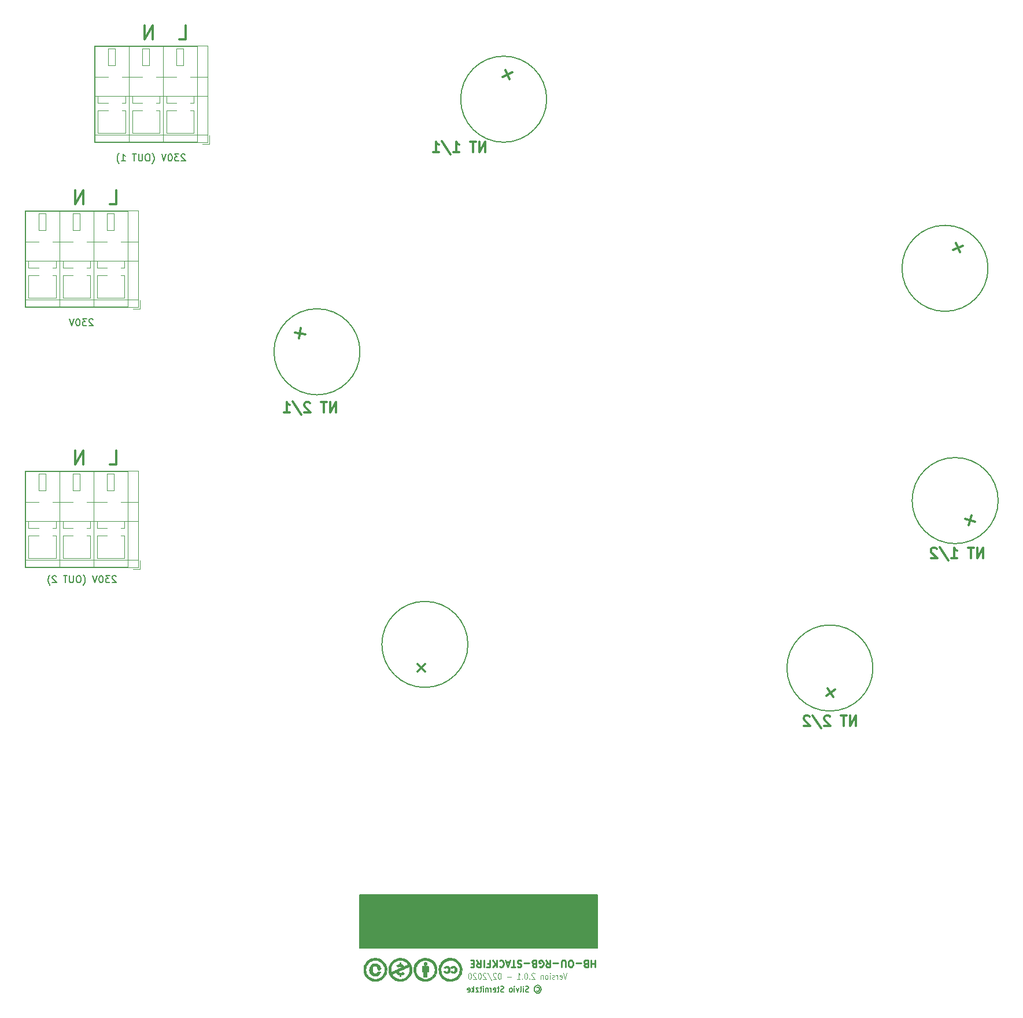
<source format=gbr>
G04 #@! TF.GenerationSoftware,KiCad,Pcbnew,(5.0.2)-1*
G04 #@! TF.CreationDate,2020-02-16T18:45:08+01:00*
G04 #@! TF.ProjectId,HB-OU-RGB-STACKFIRE,48422d4f-552d-4524-9742-2d535441434b,2.0.1*
G04 #@! TF.SameCoordinates,Original*
G04 #@! TF.FileFunction,Legend,Bot*
G04 #@! TF.FilePolarity,Positive*
%FSLAX46Y46*%
G04 Gerber Fmt 4.6, Leading zero omitted, Abs format (unit mm)*
G04 Created by KiCad (PCBNEW (5.0.2)-1) date 16.02.2020 18:45:08*
%MOMM*%
%LPD*%
G01*
G04 APERTURE LIST*
%ADD10C,0.200000*%
%ADD11C,0.300000*%
%ADD12C,0.150000*%
%ADD13C,0.250000*%
%ADD14C,0.010000*%
%ADD15C,0.120000*%
%ADD16C,2.900000*%
%ADD17C,9.000000*%
%ADD18C,1.300000*%
%ADD19C,11.000000*%
%ADD20C,2.200000*%
%ADD21R,2.200000X2.200000*%
%ADD22R,1.900000X3.400000*%
%ADD23O,1.900000X3.400000*%
%ADD24C,1.924000*%
%ADD25C,1.800000*%
%ADD26O,1.800000X1.800000*%
%ADD27C,2.000000*%
%ADD28C,2.400000*%
%ADD29R,2.100000X2.100000*%
%ADD30O,2.100000X2.100000*%
%ADD31C,1.750000*%
%ADD32C,3.000000*%
%ADD33R,2.000000X2.000000*%
G04 APERTURE END LIST*
D10*
X148340000Y-200506000D02*
G75*
G03X148340000Y-200506000I-6300000J0D01*
G01*
D11*
X140950349Y-203419861D02*
X142064793Y-204459096D01*
X140987953Y-204496700D02*
X142027189Y-203382257D01*
X220393200Y-143139518D02*
X219797800Y-141736844D01*
X220796837Y-142140481D02*
X219394163Y-142735881D01*
D10*
X224486000Y-145456000D02*
G75*
G03X224486000Y-145456000I-6300000J0D01*
G01*
D11*
X95900952Y-174132761D02*
X96853333Y-174132761D01*
X96853333Y-172132761D01*
X92011428Y-174132761D02*
X92011428Y-172132761D01*
X90868571Y-174132761D01*
X90868571Y-172132761D01*
X92011428Y-136032761D02*
X92011428Y-134032761D01*
X90868571Y-136032761D01*
X90868571Y-134032761D01*
X95900952Y-136032761D02*
X96853333Y-136032761D01*
X96853333Y-134032761D01*
X102171428Y-111902761D02*
X102171428Y-109902761D01*
X101028571Y-111902761D01*
X101028571Y-109902761D01*
X106060952Y-111902761D02*
X107013333Y-111902761D01*
X107013333Y-109902761D01*
X221642423Y-183077259D02*
X222113306Y-181628030D01*
X222602479Y-182588086D02*
X221153250Y-182117203D01*
X200816323Y-208008532D02*
X202064555Y-207134511D01*
X201877450Y-208195637D02*
X201003428Y-206947405D01*
X123880116Y-154228363D02*
X123615509Y-155729022D01*
X122997483Y-154846389D02*
X124498142Y-155110996D01*
X154808146Y-116769532D02*
X153427105Y-117413522D01*
X153795631Y-116401007D02*
X154439620Y-117782047D01*
D10*
X225970000Y-179456000D02*
G75*
G03X225970000Y-179456000I-6300000J0D01*
G01*
X207640000Y-203962000D02*
G75*
G03X207640000Y-203962000I-6300000J0D01*
G01*
X132540000Y-157676000D02*
G75*
G03X132540000Y-157676000I-6300000J0D01*
G01*
X159870000Y-120700000D02*
G75*
G03X159870000Y-120700000I-6300000J0D01*
G01*
D11*
X150851714Y-128440571D02*
X150851714Y-126940571D01*
X149994571Y-128440571D01*
X149994571Y-126940571D01*
X149494571Y-126940571D02*
X148637428Y-126940571D01*
X149066000Y-128440571D02*
X149066000Y-126940571D01*
X146208857Y-128440571D02*
X147066000Y-128440571D01*
X146637428Y-128440571D02*
X146637428Y-126940571D01*
X146780285Y-127154857D01*
X146923142Y-127297714D01*
X147066000Y-127369142D01*
X144494571Y-126869142D02*
X145780285Y-128797714D01*
X143208857Y-128440571D02*
X144066000Y-128440571D01*
X143637428Y-128440571D02*
X143637428Y-126940571D01*
X143780285Y-127154857D01*
X143923142Y-127297714D01*
X144066000Y-127369142D01*
X129007714Y-166540571D02*
X129007714Y-165040571D01*
X128150571Y-166540571D01*
X128150571Y-165040571D01*
X127650571Y-165040571D02*
X126793428Y-165040571D01*
X127222000Y-166540571D02*
X127222000Y-165040571D01*
X125222000Y-165183428D02*
X125150571Y-165112000D01*
X125007714Y-165040571D01*
X124650571Y-165040571D01*
X124507714Y-165112000D01*
X124436285Y-165183428D01*
X124364857Y-165326285D01*
X124364857Y-165469142D01*
X124436285Y-165683428D01*
X125293428Y-166540571D01*
X124364857Y-166540571D01*
X122650571Y-164969142D02*
X123936285Y-166897714D01*
X121364857Y-166540571D02*
X122222000Y-166540571D01*
X121793428Y-166540571D02*
X121793428Y-165040571D01*
X121936285Y-165254857D01*
X122079142Y-165397714D01*
X122222000Y-165469142D01*
X205144214Y-212446071D02*
X205144214Y-210946071D01*
X204287071Y-212446071D01*
X204287071Y-210946071D01*
X203787071Y-210946071D02*
X202929928Y-210946071D01*
X203358500Y-212446071D02*
X203358500Y-210946071D01*
X201358500Y-211088928D02*
X201287071Y-211017500D01*
X201144214Y-210946071D01*
X200787071Y-210946071D01*
X200644214Y-211017500D01*
X200572785Y-211088928D01*
X200501357Y-211231785D01*
X200501357Y-211374642D01*
X200572785Y-211588928D01*
X201429928Y-212446071D01*
X200501357Y-212446071D01*
X198787071Y-210874642D02*
X200072785Y-212803214D01*
X198358500Y-211088928D02*
X198287071Y-211017500D01*
X198144214Y-210946071D01*
X197787071Y-210946071D01*
X197644214Y-211017500D01*
X197572785Y-211088928D01*
X197501357Y-211231785D01*
X197501357Y-211374642D01*
X197572785Y-211588928D01*
X198429928Y-212446071D01*
X197501357Y-212446071D01*
X223749714Y-187876571D02*
X223749714Y-186376571D01*
X222892571Y-187876571D01*
X222892571Y-186376571D01*
X222392571Y-186376571D02*
X221535428Y-186376571D01*
X221964000Y-187876571D02*
X221964000Y-186376571D01*
X219106857Y-187876571D02*
X219964000Y-187876571D01*
X219535428Y-187876571D02*
X219535428Y-186376571D01*
X219678285Y-186590857D01*
X219821142Y-186733714D01*
X219964000Y-186805142D01*
X217392571Y-186305142D02*
X218678285Y-188233714D01*
X216964000Y-186519428D02*
X216892571Y-186448000D01*
X216749714Y-186376571D01*
X216392571Y-186376571D01*
X216249714Y-186448000D01*
X216178285Y-186519428D01*
X216106857Y-186662285D01*
X216106857Y-186805142D01*
X216178285Y-187019428D01*
X217035428Y-187876571D01*
X216106857Y-187876571D01*
D12*
G36*
X167318935Y-244922023D02*
X167318935Y-237175023D01*
X132457435Y-237175023D01*
X132457435Y-244922023D01*
X167318935Y-244922023D01*
G37*
X167318935Y-244922023D02*
X167318935Y-237175023D01*
X132457435Y-237175023D01*
X132457435Y-244922023D01*
X167318935Y-244922023D01*
D13*
X166957673Y-246732142D02*
X166957673Y-247732142D01*
X166957673Y-247255951D02*
X166386244Y-247255951D01*
X166386244Y-246732142D02*
X166386244Y-247732142D01*
X165576720Y-247255951D02*
X165433863Y-247208332D01*
X165386244Y-247160713D01*
X165338625Y-247065475D01*
X165338625Y-246922618D01*
X165386244Y-246827380D01*
X165433863Y-246779761D01*
X165529101Y-246732142D01*
X165910054Y-246732142D01*
X165910054Y-247732142D01*
X165576720Y-247732142D01*
X165481482Y-247684523D01*
X165433863Y-247636903D01*
X165386244Y-247541665D01*
X165386244Y-247446427D01*
X165433863Y-247351189D01*
X165481482Y-247303570D01*
X165576720Y-247255951D01*
X165910054Y-247255951D01*
X164910054Y-247113094D02*
X164148149Y-247113094D01*
X163481482Y-247732142D02*
X163291006Y-247732142D01*
X163195768Y-247684523D01*
X163100530Y-247589284D01*
X163052911Y-247398808D01*
X163052911Y-247065475D01*
X163100530Y-246874999D01*
X163195768Y-246779761D01*
X163291006Y-246732142D01*
X163481482Y-246732142D01*
X163576720Y-246779761D01*
X163671958Y-246874999D01*
X163719577Y-247065475D01*
X163719577Y-247398808D01*
X163671958Y-247589284D01*
X163576720Y-247684523D01*
X163481482Y-247732142D01*
X162624339Y-247732142D02*
X162624339Y-246922618D01*
X162576720Y-246827380D01*
X162529101Y-246779761D01*
X162433863Y-246732142D01*
X162243387Y-246732142D01*
X162148149Y-246779761D01*
X162100530Y-246827380D01*
X162052911Y-246922618D01*
X162052911Y-247732142D01*
X161576720Y-247113094D02*
X160814815Y-247113094D01*
X159767196Y-246732142D02*
X160100530Y-247208332D01*
X160338625Y-246732142D02*
X160338625Y-247732142D01*
X159957673Y-247732142D01*
X159862435Y-247684523D01*
X159814815Y-247636903D01*
X159767196Y-247541665D01*
X159767196Y-247398808D01*
X159814815Y-247303570D01*
X159862435Y-247255951D01*
X159957673Y-247208332D01*
X160338625Y-247208332D01*
X158814815Y-247684523D02*
X158910054Y-247732142D01*
X159052911Y-247732142D01*
X159195768Y-247684523D01*
X159291006Y-247589284D01*
X159338625Y-247494046D01*
X159386244Y-247303570D01*
X159386244Y-247160713D01*
X159338625Y-246970237D01*
X159291006Y-246874999D01*
X159195768Y-246779761D01*
X159052911Y-246732142D01*
X158957673Y-246732142D01*
X158814815Y-246779761D01*
X158767196Y-246827380D01*
X158767196Y-247160713D01*
X158957673Y-247160713D01*
X158005292Y-247255951D02*
X157862435Y-247208332D01*
X157814815Y-247160713D01*
X157767196Y-247065475D01*
X157767196Y-246922618D01*
X157814815Y-246827380D01*
X157862435Y-246779761D01*
X157957673Y-246732142D01*
X158338625Y-246732142D01*
X158338625Y-247732142D01*
X158005292Y-247732142D01*
X157910054Y-247684523D01*
X157862435Y-247636903D01*
X157814815Y-247541665D01*
X157814815Y-247446427D01*
X157862435Y-247351189D01*
X157910054Y-247303570D01*
X158005292Y-247255951D01*
X158338625Y-247255951D01*
X157338625Y-247113094D02*
X156576720Y-247113094D01*
X156148149Y-246779761D02*
X156005292Y-246732142D01*
X155767196Y-246732142D01*
X155671958Y-246779761D01*
X155624339Y-246827380D01*
X155576720Y-246922618D01*
X155576720Y-247017856D01*
X155624339Y-247113094D01*
X155671958Y-247160713D01*
X155767196Y-247208332D01*
X155957673Y-247255951D01*
X156052911Y-247303570D01*
X156100530Y-247351189D01*
X156148149Y-247446427D01*
X156148149Y-247541665D01*
X156100530Y-247636903D01*
X156052911Y-247684523D01*
X155957673Y-247732142D01*
X155719577Y-247732142D01*
X155576720Y-247684523D01*
X155291006Y-247732142D02*
X154719577Y-247732142D01*
X155005292Y-246732142D02*
X155005292Y-247732142D01*
X154433863Y-247017856D02*
X153957673Y-247017856D01*
X154529101Y-246732142D02*
X154195768Y-247732142D01*
X153862435Y-246732142D01*
X152957673Y-246827380D02*
X153005292Y-246779761D01*
X153148149Y-246732142D01*
X153243387Y-246732142D01*
X153386244Y-246779761D01*
X153481482Y-246874999D01*
X153529101Y-246970237D01*
X153576720Y-247160713D01*
X153576720Y-247303570D01*
X153529101Y-247494046D01*
X153481482Y-247589284D01*
X153386244Y-247684523D01*
X153243387Y-247732142D01*
X153148149Y-247732142D01*
X153005292Y-247684523D01*
X152957673Y-247636903D01*
X152529101Y-246732142D02*
X152529101Y-247732142D01*
X151957673Y-246732142D02*
X152386244Y-247303570D01*
X151957673Y-247732142D02*
X152529101Y-247160713D01*
X151195768Y-247255951D02*
X151529101Y-247255951D01*
X151529101Y-246732142D02*
X151529101Y-247732142D01*
X151052911Y-247732142D01*
X150671958Y-246732142D02*
X150671958Y-247732142D01*
X149624339Y-246732142D02*
X149957673Y-247208332D01*
X150195768Y-246732142D02*
X150195768Y-247732142D01*
X149814815Y-247732142D01*
X149719577Y-247684523D01*
X149671958Y-247636903D01*
X149624339Y-247541665D01*
X149624339Y-247398808D01*
X149671958Y-247303570D01*
X149719577Y-247255951D01*
X149814815Y-247208332D01*
X150195768Y-247208332D01*
X149195768Y-247255951D02*
X148862435Y-247255951D01*
X148719577Y-246732142D02*
X149195768Y-246732142D01*
X149195768Y-247732142D01*
X148719577Y-247732142D01*
D14*
G04 #@! TO.C,G\002A\002A\002A*
G36*
X134636272Y-247227931D02*
X134511899Y-247247366D01*
X134459091Y-247261415D01*
X134309572Y-247326629D01*
X134178478Y-247421186D01*
X134068418Y-247541771D01*
X133981998Y-247685071D01*
X133921826Y-247847772D01*
X133895938Y-247977155D01*
X133885302Y-248171680D01*
X133906264Y-248354579D01*
X133958105Y-248522898D01*
X134040108Y-248673681D01*
X134077153Y-248723447D01*
X134200830Y-248849170D01*
X134343954Y-248945463D01*
X134502995Y-249010984D01*
X134674423Y-249044388D01*
X134854707Y-249044330D01*
X134904220Y-249038435D01*
X135057472Y-248998777D01*
X135195775Y-248928187D01*
X135315174Y-248830317D01*
X135411712Y-248708815D01*
X135481431Y-248567331D01*
X135506855Y-248482559D01*
X135529377Y-248387309D01*
X135101529Y-248387309D01*
X135081504Y-248466833D01*
X135046563Y-248543193D01*
X134987668Y-248611641D01*
X134915962Y-248660573D01*
X134883710Y-248672796D01*
X134838328Y-248680347D01*
X134773334Y-248685255D01*
X134723505Y-248686360D01*
X134614874Y-248671968D01*
X134524279Y-248628008D01*
X134448203Y-248552311D01*
X134409221Y-248492795D01*
X134361692Y-248382902D01*
X134333043Y-248258428D01*
X134322702Y-248126933D01*
X134330098Y-247995975D01*
X134354659Y-247873114D01*
X134395814Y-247765908D01*
X134452989Y-247681918D01*
X134471948Y-247663452D01*
X134561452Y-247607819D01*
X134667610Y-247578874D01*
X134781565Y-247577497D01*
X134894463Y-247604571D01*
X134926473Y-247618217D01*
X134987217Y-247661771D01*
X135040288Y-247725208D01*
X135075209Y-247794652D01*
X135082255Y-247824502D01*
X135079808Y-247858825D01*
X135053839Y-247875298D01*
X135037704Y-247878931D01*
X135017951Y-247883772D01*
X135009517Y-247892039D01*
X135015269Y-247908091D01*
X135038076Y-247936285D01*
X135080804Y-247980982D01*
X135146321Y-248046539D01*
X135151097Y-248051288D01*
X135314935Y-248214195D01*
X135478815Y-248051288D01*
X135642696Y-247888380D01*
X135583137Y-247879309D01*
X135544785Y-247869192D01*
X135521471Y-247846726D01*
X135503413Y-247801290D01*
X135499596Y-247788594D01*
X135435947Y-247621715D01*
X135351322Y-247484153D01*
X135244989Y-247375113D01*
X135116216Y-247293800D01*
X135004621Y-247250578D01*
X134896614Y-247229260D01*
X134769171Y-247221804D01*
X134636272Y-247227931D01*
X134636272Y-247227931D01*
G37*
X134636272Y-247227931D02*
X134511899Y-247247366D01*
X134459091Y-247261415D01*
X134309572Y-247326629D01*
X134178478Y-247421186D01*
X134068418Y-247541771D01*
X133981998Y-247685071D01*
X133921826Y-247847772D01*
X133895938Y-247977155D01*
X133885302Y-248171680D01*
X133906264Y-248354579D01*
X133958105Y-248522898D01*
X134040108Y-248673681D01*
X134077153Y-248723447D01*
X134200830Y-248849170D01*
X134343954Y-248945463D01*
X134502995Y-249010984D01*
X134674423Y-249044388D01*
X134854707Y-249044330D01*
X134904220Y-249038435D01*
X135057472Y-248998777D01*
X135195775Y-248928187D01*
X135315174Y-248830317D01*
X135411712Y-248708815D01*
X135481431Y-248567331D01*
X135506855Y-248482559D01*
X135529377Y-248387309D01*
X135101529Y-248387309D01*
X135081504Y-248466833D01*
X135046563Y-248543193D01*
X134987668Y-248611641D01*
X134915962Y-248660573D01*
X134883710Y-248672796D01*
X134838328Y-248680347D01*
X134773334Y-248685255D01*
X134723505Y-248686360D01*
X134614874Y-248671968D01*
X134524279Y-248628008D01*
X134448203Y-248552311D01*
X134409221Y-248492795D01*
X134361692Y-248382902D01*
X134333043Y-248258428D01*
X134322702Y-248126933D01*
X134330098Y-247995975D01*
X134354659Y-247873114D01*
X134395814Y-247765908D01*
X134452989Y-247681918D01*
X134471948Y-247663452D01*
X134561452Y-247607819D01*
X134667610Y-247578874D01*
X134781565Y-247577497D01*
X134894463Y-247604571D01*
X134926473Y-247618217D01*
X134987217Y-247661771D01*
X135040288Y-247725208D01*
X135075209Y-247794652D01*
X135082255Y-247824502D01*
X135079808Y-247858825D01*
X135053839Y-247875298D01*
X135037704Y-247878931D01*
X135017951Y-247883772D01*
X135009517Y-247892039D01*
X135015269Y-247908091D01*
X135038076Y-247936285D01*
X135080804Y-247980982D01*
X135146321Y-248046539D01*
X135151097Y-248051288D01*
X135314935Y-248214195D01*
X135478815Y-248051288D01*
X135642696Y-247888380D01*
X135583137Y-247879309D01*
X135544785Y-247869192D01*
X135521471Y-247846726D01*
X135503413Y-247801290D01*
X135499596Y-247788594D01*
X135435947Y-247621715D01*
X135351322Y-247484153D01*
X135244989Y-247375113D01*
X135116216Y-247293800D01*
X135004621Y-247250578D01*
X134896614Y-247229260D01*
X134769171Y-247221804D01*
X134636272Y-247227931D01*
G36*
X142026764Y-247015817D02*
X141949001Y-247045622D01*
X141912768Y-247073995D01*
X141870420Y-247139562D01*
X141851855Y-247220036D01*
X141856360Y-247304514D01*
X141883222Y-247382090D01*
X141931729Y-247441859D01*
X141937090Y-247445962D01*
X142002391Y-247476051D01*
X142084198Y-247489500D01*
X142165709Y-247484067D01*
X142185401Y-247479098D01*
X142251271Y-247446245D01*
X142293531Y-247392460D01*
X142314599Y-247313559D01*
X142318078Y-247249538D01*
X142316260Y-247182715D01*
X142308211Y-247139405D01*
X142290036Y-247106912D01*
X142266379Y-247080962D01*
X142196214Y-247033698D01*
X142112756Y-247011913D01*
X142026764Y-247015817D01*
X142026764Y-247015817D01*
G37*
X142026764Y-247015817D02*
X141949001Y-247045622D01*
X141912768Y-247073995D01*
X141870420Y-247139562D01*
X141851855Y-247220036D01*
X141856360Y-247304514D01*
X141883222Y-247382090D01*
X141931729Y-247441859D01*
X141937090Y-247445962D01*
X142002391Y-247476051D01*
X142084198Y-247489500D01*
X142165709Y-247484067D01*
X142185401Y-247479098D01*
X142251271Y-247446245D01*
X142293531Y-247392460D01*
X142314599Y-247313559D01*
X142318078Y-247249538D01*
X142316260Y-247182715D01*
X142308211Y-247139405D01*
X142290036Y-247106912D01*
X142266379Y-247080962D01*
X142196214Y-247033698D01*
X142112756Y-247011913D01*
X142026764Y-247015817D01*
G36*
X141952710Y-247589358D02*
X141850496Y-247590565D01*
X141775402Y-247592948D01*
X141722846Y-247596812D01*
X141688250Y-247602460D01*
X141667031Y-247610197D01*
X141657160Y-247617533D01*
X141647308Y-247632317D01*
X141639955Y-247657423D01*
X141634761Y-247697627D01*
X141631384Y-247757704D01*
X141629482Y-247842430D01*
X141628715Y-247956582D01*
X141628650Y-248016676D01*
X141628650Y-248387309D01*
X141828221Y-248387309D01*
X141828221Y-249221880D01*
X142354364Y-249221880D01*
X142354364Y-248387309D01*
X142553935Y-248387309D01*
X142553935Y-248018192D01*
X142553676Y-247892329D01*
X142552623Y-247797750D01*
X142550358Y-247729457D01*
X142546468Y-247682452D01*
X142540537Y-247651734D01*
X142532148Y-247632306D01*
X142520887Y-247619167D01*
X142520757Y-247619049D01*
X142505694Y-247609094D01*
X142482289Y-247601572D01*
X142445825Y-247596155D01*
X142391587Y-247592518D01*
X142314856Y-247590335D01*
X142210918Y-247589279D01*
X142086624Y-247589023D01*
X141952710Y-247589358D01*
X141952710Y-247589358D01*
G37*
X141952710Y-247589358D02*
X141850496Y-247590565D01*
X141775402Y-247592948D01*
X141722846Y-247596812D01*
X141688250Y-247602460D01*
X141667031Y-247610197D01*
X141657160Y-247617533D01*
X141647308Y-247632317D01*
X141639955Y-247657423D01*
X141634761Y-247697627D01*
X141631384Y-247757704D01*
X141629482Y-247842430D01*
X141628715Y-247956582D01*
X141628650Y-248016676D01*
X141628650Y-248387309D01*
X141828221Y-248387309D01*
X141828221Y-249221880D01*
X142354364Y-249221880D01*
X142354364Y-248387309D01*
X142553935Y-248387309D01*
X142553935Y-248018192D01*
X142553676Y-247892329D01*
X142552623Y-247797750D01*
X142550358Y-247729457D01*
X142546468Y-247682452D01*
X142540537Y-247651734D01*
X142532148Y-247632306D01*
X142520887Y-247619167D01*
X142520757Y-247619049D01*
X142505694Y-247609094D01*
X142482289Y-247601572D01*
X142445825Y-247596155D01*
X142391587Y-247592518D01*
X142314856Y-247590335D01*
X142210918Y-247589279D01*
X142086624Y-247589023D01*
X141952710Y-247589358D01*
G36*
X145193073Y-247591227D02*
X145086485Y-247605777D01*
X144994859Y-247633030D01*
X144961604Y-247649372D01*
X144907050Y-247687200D01*
X144856923Y-247731857D01*
X144818016Y-247775930D01*
X144797119Y-247812004D01*
X144797100Y-247828960D01*
X144817066Y-247844364D01*
X144859936Y-247869693D01*
X144909293Y-247895793D01*
X145012292Y-247947752D01*
X145045711Y-247903370D01*
X145085749Y-247864657D01*
X145137271Y-247831296D01*
X145140332Y-247829802D01*
X145215434Y-247812393D01*
X145291029Y-247825736D01*
X145355801Y-247866491D01*
X145384200Y-247901779D01*
X145420139Y-247989584D01*
X145433526Y-248089575D01*
X145425229Y-248190955D01*
X145396117Y-248282925D01*
X145347860Y-248353890D01*
X145309335Y-248385992D01*
X145267903Y-248401304D01*
X145207668Y-248405436D01*
X145201795Y-248405452D01*
X145141962Y-248402587D01*
X145101448Y-248389271D01*
X145063441Y-248358423D01*
X145045001Y-248339405D01*
X144982711Y-248273358D01*
X144891989Y-248315849D01*
X144840125Y-248341919D01*
X144803203Y-248363788D01*
X144792118Y-248373147D01*
X144795716Y-248398812D01*
X144822367Y-248438278D01*
X144865388Y-248484551D01*
X144918096Y-248530639D01*
X144973807Y-248569547D01*
X144987061Y-248577137D01*
X145091981Y-248617201D01*
X145212723Y-248636261D01*
X145334665Y-248633056D01*
X145420507Y-248614516D01*
X145530475Y-248560307D01*
X145621580Y-248475953D01*
X145686313Y-248374272D01*
X145712205Y-248315940D01*
X145727480Y-248262999D01*
X145734769Y-248201826D01*
X145736707Y-248118799D01*
X145736711Y-248113557D01*
X145735190Y-248030824D01*
X145728787Y-247970844D01*
X145714741Y-247920150D01*
X145690289Y-247865270D01*
X145682742Y-247850324D01*
X145612331Y-247746242D01*
X145521803Y-247664806D01*
X145418258Y-247612099D01*
X145397065Y-247605663D01*
X145301105Y-247590737D01*
X145193073Y-247591227D01*
X145193073Y-247591227D01*
G37*
X145193073Y-247591227D02*
X145086485Y-247605777D01*
X144994859Y-247633030D01*
X144961604Y-247649372D01*
X144907050Y-247687200D01*
X144856923Y-247731857D01*
X144818016Y-247775930D01*
X144797119Y-247812004D01*
X144797100Y-247828960D01*
X144817066Y-247844364D01*
X144859936Y-247869693D01*
X144909293Y-247895793D01*
X145012292Y-247947752D01*
X145045711Y-247903370D01*
X145085749Y-247864657D01*
X145137271Y-247831296D01*
X145140332Y-247829802D01*
X145215434Y-247812393D01*
X145291029Y-247825736D01*
X145355801Y-247866491D01*
X145384200Y-247901779D01*
X145420139Y-247989584D01*
X145433526Y-248089575D01*
X145425229Y-248190955D01*
X145396117Y-248282925D01*
X145347860Y-248353890D01*
X145309335Y-248385992D01*
X145267903Y-248401304D01*
X145207668Y-248405436D01*
X145201795Y-248405452D01*
X145141962Y-248402587D01*
X145101448Y-248389271D01*
X145063441Y-248358423D01*
X145045001Y-248339405D01*
X144982711Y-248273358D01*
X144891989Y-248315849D01*
X144840125Y-248341919D01*
X144803203Y-248363788D01*
X144792118Y-248373147D01*
X144795716Y-248398812D01*
X144822367Y-248438278D01*
X144865388Y-248484551D01*
X144918096Y-248530639D01*
X144973807Y-248569547D01*
X144987061Y-248577137D01*
X145091981Y-248617201D01*
X145212723Y-248636261D01*
X145334665Y-248633056D01*
X145420507Y-248614516D01*
X145530475Y-248560307D01*
X145621580Y-248475953D01*
X145686313Y-248374272D01*
X145712205Y-248315940D01*
X145727480Y-248262999D01*
X145734769Y-248201826D01*
X145736707Y-248118799D01*
X145736711Y-248113557D01*
X145735190Y-248030824D01*
X145728787Y-247970844D01*
X145714741Y-247920150D01*
X145690289Y-247865270D01*
X145682742Y-247850324D01*
X145612331Y-247746242D01*
X145521803Y-247664806D01*
X145418258Y-247612099D01*
X145397065Y-247605663D01*
X145301105Y-247590737D01*
X145193073Y-247591227D01*
G36*
X146111888Y-247596584D02*
X146025381Y-247614184D01*
X146016966Y-247616988D01*
X145968470Y-247641056D01*
X145912766Y-247678820D01*
X145858343Y-247723080D01*
X145813686Y-247766633D01*
X145787283Y-247802277D01*
X145783579Y-247815050D01*
X145798455Y-247832697D01*
X145837236Y-247860747D01*
X145891187Y-247892935D01*
X145998580Y-247951919D01*
X146037026Y-247897926D01*
X146096770Y-247842940D01*
X146171935Y-247816784D01*
X146252716Y-247822203D01*
X146277218Y-247830662D01*
X146340023Y-247868709D01*
X146381736Y-247924746D01*
X146405995Y-248005080D01*
X146413655Y-248067188D01*
X146413043Y-248183190D01*
X146389542Y-248274105D01*
X146341936Y-248343949D01*
X146325046Y-248359501D01*
X146259557Y-248395131D01*
X146184848Y-248406384D01*
X146111519Y-248394561D01*
X146050169Y-248360965D01*
X146018148Y-248321805D01*
X145996659Y-248291695D01*
X145969822Y-248281388D01*
X145930053Y-248291265D01*
X145869768Y-248321709D01*
X145855039Y-248330038D01*
X145764715Y-248381625D01*
X145839749Y-248466868D01*
X145926906Y-248549866D01*
X146019349Y-248602251D01*
X146127497Y-248628980D01*
X146191578Y-248634311D01*
X146264740Y-248635057D01*
X146330979Y-248631688D01*
X146373007Y-248625522D01*
X146486164Y-248578041D01*
X146584118Y-248501709D01*
X146659652Y-248403069D01*
X146690623Y-248337475D01*
X146720315Y-248214949D01*
X146725988Y-248080526D01*
X146707683Y-247949476D01*
X146689490Y-247889828D01*
X146641832Y-247800981D01*
X146571866Y-247718343D01*
X146489540Y-247651661D01*
X146404802Y-247610682D01*
X146404499Y-247610591D01*
X146317786Y-247594517D01*
X146214803Y-247589938D01*
X146111888Y-247596584D01*
X146111888Y-247596584D01*
G37*
X146111888Y-247596584D02*
X146025381Y-247614184D01*
X146016966Y-247616988D01*
X145968470Y-247641056D01*
X145912766Y-247678820D01*
X145858343Y-247723080D01*
X145813686Y-247766633D01*
X145787283Y-247802277D01*
X145783579Y-247815050D01*
X145798455Y-247832697D01*
X145837236Y-247860747D01*
X145891187Y-247892935D01*
X145998580Y-247951919D01*
X146037026Y-247897926D01*
X146096770Y-247842940D01*
X146171935Y-247816784D01*
X146252716Y-247822203D01*
X146277218Y-247830662D01*
X146340023Y-247868709D01*
X146381736Y-247924746D01*
X146405995Y-248005080D01*
X146413655Y-248067188D01*
X146413043Y-248183190D01*
X146389542Y-248274105D01*
X146341936Y-248343949D01*
X146325046Y-248359501D01*
X146259557Y-248395131D01*
X146184848Y-248406384D01*
X146111519Y-248394561D01*
X146050169Y-248360965D01*
X146018148Y-248321805D01*
X145996659Y-248291695D01*
X145969822Y-248281388D01*
X145930053Y-248291265D01*
X145869768Y-248321709D01*
X145855039Y-248330038D01*
X145764715Y-248381625D01*
X145839749Y-248466868D01*
X145926906Y-248549866D01*
X146019349Y-248602251D01*
X146127497Y-248628980D01*
X146191578Y-248634311D01*
X146264740Y-248635057D01*
X146330979Y-248631688D01*
X146373007Y-248625522D01*
X146486164Y-248578041D01*
X146584118Y-248501709D01*
X146659652Y-248403069D01*
X146690623Y-248337475D01*
X146720315Y-248214949D01*
X146725988Y-248080526D01*
X146707683Y-247949476D01*
X146689490Y-247889828D01*
X146641832Y-247800981D01*
X146571866Y-247718343D01*
X146489540Y-247651661D01*
X146404802Y-247610682D01*
X146404499Y-247610591D01*
X146317786Y-247594517D01*
X146214803Y-247589938D01*
X146111888Y-247596584D01*
G36*
X134597093Y-246419088D02*
X134351946Y-246458533D01*
X134217292Y-246495114D01*
X133998673Y-246582085D01*
X133793328Y-246701339D01*
X133604639Y-246850246D01*
X133435990Y-247026179D01*
X133305052Y-247204030D01*
X133196014Y-247405428D01*
X133117166Y-247622149D01*
X133068474Y-247849440D01*
X133049906Y-248082544D01*
X133061427Y-248316705D01*
X133103004Y-248547167D01*
X133174605Y-248769176D01*
X133276195Y-248977974D01*
X133317959Y-249045721D01*
X133456770Y-249226591D01*
X133623549Y-249390332D01*
X133812364Y-249532748D01*
X134017280Y-249649638D01*
X134232362Y-249736805D01*
X134337153Y-249766776D01*
X134504781Y-249797601D01*
X134686158Y-249812747D01*
X134867674Y-249811902D01*
X135035718Y-249794756D01*
X135092595Y-249784035D01*
X135326448Y-249718234D01*
X135538847Y-249626045D01*
X135734754Y-249504667D01*
X135919129Y-249351301D01*
X135997770Y-249273077D01*
X136156200Y-249082701D01*
X136281567Y-248877454D01*
X136373644Y-248657902D01*
X136432205Y-248424612D01*
X136457024Y-248178153D01*
X136457935Y-248119263D01*
X136457100Y-248104976D01*
X136146681Y-248104976D01*
X136143177Y-248243877D01*
X136129215Y-248367694D01*
X136123276Y-248398378D01*
X136061290Y-248601673D01*
X135968022Y-248792378D01*
X135847038Y-248967223D01*
X135701902Y-249122941D01*
X135536180Y-249256264D01*
X135353437Y-249363923D01*
X135157237Y-249442649D01*
X134951146Y-249489176D01*
X134930436Y-249491895D01*
X134772585Y-249500702D01*
X134603157Y-249492242D01*
X134441732Y-249467774D01*
X134398864Y-249457774D01*
X134211057Y-249392422D01*
X134028313Y-249296005D01*
X133857500Y-249173702D01*
X133705486Y-249030688D01*
X133579141Y-248872140D01*
X133540383Y-248810762D01*
X133454373Y-248630682D01*
X133395119Y-248432672D01*
X133363624Y-248224368D01*
X133360892Y-248013404D01*
X133387928Y-247807413D01*
X133401069Y-247751279D01*
X133468042Y-247561446D01*
X133566601Y-247379615D01*
X133692119Y-247211425D01*
X133839975Y-247062516D01*
X134005543Y-246938527D01*
X134120416Y-246873996D01*
X134250650Y-246814267D01*
X134365475Y-246772763D01*
X134477492Y-246746587D01*
X134599303Y-246732840D01*
X134743511Y-246728623D01*
X134752507Y-246728610D01*
X134929140Y-246735831D01*
X135083687Y-246759446D01*
X135227684Y-246802203D01*
X135372666Y-246866850D01*
X135405650Y-246884181D01*
X135585118Y-247000602D01*
X135747886Y-247145729D01*
X135889430Y-247314085D01*
X136005227Y-247500195D01*
X136090755Y-247698582D01*
X136098970Y-247723585D01*
X136124124Y-247832249D01*
X136140179Y-247963574D01*
X136146681Y-248104976D01*
X136457100Y-248104976D01*
X136443633Y-247874591D01*
X136399680Y-247648392D01*
X136324505Y-247436157D01*
X136216539Y-247233378D01*
X136085238Y-247049219D01*
X135918152Y-246868358D01*
X135730877Y-246716289D01*
X135526423Y-246593904D01*
X135307806Y-246502098D01*
X135078036Y-246441764D01*
X134840128Y-246413796D01*
X134597093Y-246419088D01*
X134597093Y-246419088D01*
G37*
X134597093Y-246419088D02*
X134351946Y-246458533D01*
X134217292Y-246495114D01*
X133998673Y-246582085D01*
X133793328Y-246701339D01*
X133604639Y-246850246D01*
X133435990Y-247026179D01*
X133305052Y-247204030D01*
X133196014Y-247405428D01*
X133117166Y-247622149D01*
X133068474Y-247849440D01*
X133049906Y-248082544D01*
X133061427Y-248316705D01*
X133103004Y-248547167D01*
X133174605Y-248769176D01*
X133276195Y-248977974D01*
X133317959Y-249045721D01*
X133456770Y-249226591D01*
X133623549Y-249390332D01*
X133812364Y-249532748D01*
X134017280Y-249649638D01*
X134232362Y-249736805D01*
X134337153Y-249766776D01*
X134504781Y-249797601D01*
X134686158Y-249812747D01*
X134867674Y-249811902D01*
X135035718Y-249794756D01*
X135092595Y-249784035D01*
X135326448Y-249718234D01*
X135538847Y-249626045D01*
X135734754Y-249504667D01*
X135919129Y-249351301D01*
X135997770Y-249273077D01*
X136156200Y-249082701D01*
X136281567Y-248877454D01*
X136373644Y-248657902D01*
X136432205Y-248424612D01*
X136457024Y-248178153D01*
X136457935Y-248119263D01*
X136457100Y-248104976D01*
X136146681Y-248104976D01*
X136143177Y-248243877D01*
X136129215Y-248367694D01*
X136123276Y-248398378D01*
X136061290Y-248601673D01*
X135968022Y-248792378D01*
X135847038Y-248967223D01*
X135701902Y-249122941D01*
X135536180Y-249256264D01*
X135353437Y-249363923D01*
X135157237Y-249442649D01*
X134951146Y-249489176D01*
X134930436Y-249491895D01*
X134772585Y-249500702D01*
X134603157Y-249492242D01*
X134441732Y-249467774D01*
X134398864Y-249457774D01*
X134211057Y-249392422D01*
X134028313Y-249296005D01*
X133857500Y-249173702D01*
X133705486Y-249030688D01*
X133579141Y-248872140D01*
X133540383Y-248810762D01*
X133454373Y-248630682D01*
X133395119Y-248432672D01*
X133363624Y-248224368D01*
X133360892Y-248013404D01*
X133387928Y-247807413D01*
X133401069Y-247751279D01*
X133468042Y-247561446D01*
X133566601Y-247379615D01*
X133692119Y-247211425D01*
X133839975Y-247062516D01*
X134005543Y-246938527D01*
X134120416Y-246873996D01*
X134250650Y-246814267D01*
X134365475Y-246772763D01*
X134477492Y-246746587D01*
X134599303Y-246732840D01*
X134743511Y-246728623D01*
X134752507Y-246728610D01*
X134929140Y-246735831D01*
X135083687Y-246759446D01*
X135227684Y-246802203D01*
X135372666Y-246866850D01*
X135405650Y-246884181D01*
X135585118Y-247000602D01*
X135747886Y-247145729D01*
X135889430Y-247314085D01*
X136005227Y-247500195D01*
X136090755Y-247698582D01*
X136098970Y-247723585D01*
X136124124Y-247832249D01*
X136140179Y-247963574D01*
X136146681Y-248104976D01*
X136457100Y-248104976D01*
X136443633Y-247874591D01*
X136399680Y-247648392D01*
X136324505Y-247436157D01*
X136216539Y-247233378D01*
X136085238Y-247049219D01*
X135918152Y-246868358D01*
X135730877Y-246716289D01*
X135526423Y-246593904D01*
X135307806Y-246502098D01*
X135078036Y-246441764D01*
X134840128Y-246413796D01*
X134597093Y-246419088D01*
G36*
X138263438Y-246419071D02*
X138027971Y-246456180D01*
X137801694Y-246523066D01*
X137590097Y-246619035D01*
X137486809Y-246680778D01*
X137287836Y-246831826D01*
X137115458Y-247006254D01*
X136971370Y-247201697D01*
X136857265Y-247415790D01*
X136774838Y-247646168D01*
X136763033Y-247691040D01*
X136737107Y-247834204D01*
X136723084Y-247998677D01*
X136720969Y-248171665D01*
X136730765Y-248340373D01*
X136752480Y-248492007D01*
X136762707Y-248537919D01*
X136832912Y-248758037D01*
X136930217Y-248958173D01*
X137057551Y-249143325D01*
X137217839Y-249318491D01*
X137222491Y-249322975D01*
X137388757Y-249468172D01*
X137556070Y-249583274D01*
X137733052Y-249673672D01*
X137863659Y-249723899D01*
X138092924Y-249784549D01*
X138329994Y-249814279D01*
X138566197Y-249812402D01*
X138725792Y-249792023D01*
X138951104Y-249733404D01*
X139167128Y-249642573D01*
X139370111Y-249522797D01*
X139556304Y-249377344D01*
X139721955Y-249209481D01*
X139863313Y-249022476D01*
X139976627Y-248819597D01*
X140046752Y-248641309D01*
X140080477Y-248526133D01*
X140103175Y-248420353D01*
X140116162Y-248312828D01*
X140120752Y-248192413D01*
X140119326Y-248109676D01*
X139814049Y-248109676D01*
X139805503Y-248286051D01*
X139778607Y-248442434D01*
X139730457Y-248591666D01*
X139679556Y-248704809D01*
X139562188Y-248903128D01*
X139420304Y-249074768D01*
X139253209Y-249220422D01*
X139060209Y-249340784D01*
X139022950Y-249359677D01*
X138911331Y-249410942D01*
X138811310Y-249447467D01*
X138712842Y-249471213D01*
X138605883Y-249484138D01*
X138480387Y-249488205D01*
X138372007Y-249486724D01*
X138256152Y-249482485D01*
X138167514Y-249475896D01*
X138097046Y-249465817D01*
X138035699Y-249451110D01*
X138000470Y-249439920D01*
X137835483Y-249375066D01*
X137692321Y-249298624D01*
X137559261Y-249203285D01*
X137424583Y-249081740D01*
X137421930Y-249079128D01*
X137343598Y-248997691D01*
X137280474Y-248923691D01*
X137235503Y-248861238D01*
X137211628Y-248814444D01*
X137211793Y-248787419D01*
X137212504Y-248786642D01*
X137233225Y-248774755D01*
X137280478Y-248751567D01*
X137347653Y-248720035D01*
X137428143Y-248683120D01*
X137515340Y-248643781D01*
X137602635Y-248604978D01*
X137683419Y-248569669D01*
X137751086Y-248540815D01*
X137799026Y-248521375D01*
X137820588Y-248514309D01*
X137834472Y-248529554D01*
X137851477Y-248566749D01*
X137853235Y-248571658D01*
X137906066Y-248670261D01*
X137988527Y-248755640D01*
X138095004Y-248823198D01*
X138213727Y-248866798D01*
X138299435Y-248888717D01*
X138301559Y-249014477D01*
X138303682Y-249140237D01*
X138499007Y-249140237D01*
X138509577Y-248881683D01*
X138616269Y-248869612D01*
X138711260Y-248848463D01*
X138816025Y-248808837D01*
X138914474Y-248757706D01*
X138978569Y-248712620D01*
X139022704Y-248675484D01*
X138902084Y-248554864D01*
X138781464Y-248434245D01*
X138739795Y-248473390D01*
X138668091Y-248523843D01*
X138579502Y-248561285D01*
X138483638Y-248584102D01*
X138390109Y-248590680D01*
X138308527Y-248579405D01*
X138255852Y-248554652D01*
X138226163Y-248526084D01*
X138212229Y-248489790D01*
X138208721Y-248431760D01*
X138208721Y-248430743D01*
X138210826Y-248376153D01*
X138221795Y-248344536D01*
X138248612Y-248322628D01*
X138272221Y-248310125D01*
X138323080Y-248285669D01*
X138398390Y-248250928D01*
X138494062Y-248207677D01*
X138606009Y-248157693D01*
X138730142Y-248102751D01*
X138862375Y-248044626D01*
X138998620Y-247985094D01*
X139134790Y-247925930D01*
X139266795Y-247868910D01*
X139390550Y-247815810D01*
X139501966Y-247768405D01*
X139596955Y-247728471D01*
X139671430Y-247697783D01*
X139721304Y-247678117D01*
X139742489Y-247671248D01*
X139742856Y-247671323D01*
X139758341Y-247697352D01*
X139774089Y-247751709D01*
X139788812Y-247826465D01*
X139801223Y-247913698D01*
X139810036Y-248005479D01*
X139813961Y-248093884D01*
X139814049Y-248109676D01*
X140119326Y-248109676D01*
X140118262Y-248047967D01*
X140117919Y-248038391D01*
X140097890Y-247808937D01*
X140053948Y-247602037D01*
X139983666Y-247411002D01*
X139946206Y-247342225D01*
X139578305Y-247342225D01*
X139562769Y-247358954D01*
X139522213Y-247383638D01*
X139465391Y-247410955D01*
X139464913Y-247411162D01*
X139401444Y-247438821D01*
X139316806Y-247476014D01*
X139222959Y-247517475D01*
X139147561Y-247550943D01*
X138943401Y-247641799D01*
X138906675Y-247569810D01*
X138841456Y-247481761D01*
X138745147Y-247412007D01*
X138618139Y-247360801D01*
X138557971Y-247345378D01*
X138531856Y-247337778D01*
X138516938Y-247323723D01*
X138510085Y-247294570D01*
X138508166Y-247241680D01*
X138508078Y-247207677D01*
X138508078Y-247081023D01*
X138308507Y-247081023D01*
X138308507Y-247333379D01*
X138240471Y-247344531D01*
X138157821Y-247363685D01*
X138069491Y-247393047D01*
X137988621Y-247427557D01*
X137928351Y-247462156D01*
X137921550Y-247467320D01*
X137871552Y-247507380D01*
X138090314Y-247723486D01*
X138176239Y-247681740D01*
X138268922Y-247647205D01*
X138361460Y-247631034D01*
X138447013Y-247632511D01*
X138518740Y-247650919D01*
X138569801Y-247685542D01*
X138591375Y-247725227D01*
X138595015Y-247766087D01*
X138587485Y-247788996D01*
X138567715Y-247799802D01*
X138518860Y-247823290D01*
X138445032Y-247857633D01*
X138350339Y-247900999D01*
X138238889Y-247951561D01*
X138114793Y-248007487D01*
X137982160Y-248066950D01*
X137845098Y-248128119D01*
X137707717Y-248189165D01*
X137574126Y-248248259D01*
X137448434Y-248303570D01*
X137334751Y-248353271D01*
X137237185Y-248395531D01*
X137159846Y-248428521D01*
X137106844Y-248450411D01*
X137082286Y-248459372D01*
X137081443Y-248459492D01*
X137063193Y-248444206D01*
X137050106Y-248409987D01*
X137027924Y-248247758D01*
X137025408Y-248069116D01*
X137041761Y-247887611D01*
X137076182Y-247716793D01*
X137094632Y-247655092D01*
X137169594Y-247482225D01*
X137275363Y-247314813D01*
X137406462Y-247158651D01*
X137557413Y-247019535D01*
X137722740Y-246903261D01*
X137882187Y-246821716D01*
X138084143Y-246755995D01*
X138295392Y-246722923D01*
X138510372Y-246722045D01*
X138723520Y-246752904D01*
X138929274Y-246815045D01*
X139122069Y-246908012D01*
X139151334Y-246925711D01*
X139206978Y-246964999D01*
X139272941Y-247018643D01*
X139343741Y-247081293D01*
X139413891Y-247147599D01*
X139477907Y-247212210D01*
X139530304Y-247269777D01*
X139565597Y-247314948D01*
X139578305Y-247342225D01*
X139946206Y-247342225D01*
X139884616Y-247229146D01*
X139762892Y-247060325D01*
X139616196Y-246899615D01*
X139449652Y-246755407D01*
X139270617Y-246632962D01*
X139086446Y-246537540D01*
X138970089Y-246493342D01*
X138739986Y-246436959D01*
X138502606Y-246412433D01*
X138263438Y-246419071D01*
X138263438Y-246419071D01*
G37*
X138263438Y-246419071D02*
X138027971Y-246456180D01*
X137801694Y-246523066D01*
X137590097Y-246619035D01*
X137486809Y-246680778D01*
X137287836Y-246831826D01*
X137115458Y-247006254D01*
X136971370Y-247201697D01*
X136857265Y-247415790D01*
X136774838Y-247646168D01*
X136763033Y-247691040D01*
X136737107Y-247834204D01*
X136723084Y-247998677D01*
X136720969Y-248171665D01*
X136730765Y-248340373D01*
X136752480Y-248492007D01*
X136762707Y-248537919D01*
X136832912Y-248758037D01*
X136930217Y-248958173D01*
X137057551Y-249143325D01*
X137217839Y-249318491D01*
X137222491Y-249322975D01*
X137388757Y-249468172D01*
X137556070Y-249583274D01*
X137733052Y-249673672D01*
X137863659Y-249723899D01*
X138092924Y-249784549D01*
X138329994Y-249814279D01*
X138566197Y-249812402D01*
X138725792Y-249792023D01*
X138951104Y-249733404D01*
X139167128Y-249642573D01*
X139370111Y-249522797D01*
X139556304Y-249377344D01*
X139721955Y-249209481D01*
X139863313Y-249022476D01*
X139976627Y-248819597D01*
X140046752Y-248641309D01*
X140080477Y-248526133D01*
X140103175Y-248420353D01*
X140116162Y-248312828D01*
X140120752Y-248192413D01*
X140119326Y-248109676D01*
X139814049Y-248109676D01*
X139805503Y-248286051D01*
X139778607Y-248442434D01*
X139730457Y-248591666D01*
X139679556Y-248704809D01*
X139562188Y-248903128D01*
X139420304Y-249074768D01*
X139253209Y-249220422D01*
X139060209Y-249340784D01*
X139022950Y-249359677D01*
X138911331Y-249410942D01*
X138811310Y-249447467D01*
X138712842Y-249471213D01*
X138605883Y-249484138D01*
X138480387Y-249488205D01*
X138372007Y-249486724D01*
X138256152Y-249482485D01*
X138167514Y-249475896D01*
X138097046Y-249465817D01*
X138035699Y-249451110D01*
X138000470Y-249439920D01*
X137835483Y-249375066D01*
X137692321Y-249298624D01*
X137559261Y-249203285D01*
X137424583Y-249081740D01*
X137421930Y-249079128D01*
X137343598Y-248997691D01*
X137280474Y-248923691D01*
X137235503Y-248861238D01*
X137211628Y-248814444D01*
X137211793Y-248787419D01*
X137212504Y-248786642D01*
X137233225Y-248774755D01*
X137280478Y-248751567D01*
X137347653Y-248720035D01*
X137428143Y-248683120D01*
X137515340Y-248643781D01*
X137602635Y-248604978D01*
X137683419Y-248569669D01*
X137751086Y-248540815D01*
X137799026Y-248521375D01*
X137820588Y-248514309D01*
X137834472Y-248529554D01*
X137851477Y-248566749D01*
X137853235Y-248571658D01*
X137906066Y-248670261D01*
X137988527Y-248755640D01*
X138095004Y-248823198D01*
X138213727Y-248866798D01*
X138299435Y-248888717D01*
X138301559Y-249014477D01*
X138303682Y-249140237D01*
X138499007Y-249140237D01*
X138509577Y-248881683D01*
X138616269Y-248869612D01*
X138711260Y-248848463D01*
X138816025Y-248808837D01*
X138914474Y-248757706D01*
X138978569Y-248712620D01*
X139022704Y-248675484D01*
X138902084Y-248554864D01*
X138781464Y-248434245D01*
X138739795Y-248473390D01*
X138668091Y-248523843D01*
X138579502Y-248561285D01*
X138483638Y-248584102D01*
X138390109Y-248590680D01*
X138308527Y-248579405D01*
X138255852Y-248554652D01*
X138226163Y-248526084D01*
X138212229Y-248489790D01*
X138208721Y-248431760D01*
X138208721Y-248430743D01*
X138210826Y-248376153D01*
X138221795Y-248344536D01*
X138248612Y-248322628D01*
X138272221Y-248310125D01*
X138323080Y-248285669D01*
X138398390Y-248250928D01*
X138494062Y-248207677D01*
X138606009Y-248157693D01*
X138730142Y-248102751D01*
X138862375Y-248044626D01*
X138998620Y-247985094D01*
X139134790Y-247925930D01*
X139266795Y-247868910D01*
X139390550Y-247815810D01*
X139501966Y-247768405D01*
X139596955Y-247728471D01*
X139671430Y-247697783D01*
X139721304Y-247678117D01*
X139742489Y-247671248D01*
X139742856Y-247671323D01*
X139758341Y-247697352D01*
X139774089Y-247751709D01*
X139788812Y-247826465D01*
X139801223Y-247913698D01*
X139810036Y-248005479D01*
X139813961Y-248093884D01*
X139814049Y-248109676D01*
X140119326Y-248109676D01*
X140118262Y-248047967D01*
X140117919Y-248038391D01*
X140097890Y-247808937D01*
X140053948Y-247602037D01*
X139983666Y-247411002D01*
X139946206Y-247342225D01*
X139578305Y-247342225D01*
X139562769Y-247358954D01*
X139522213Y-247383638D01*
X139465391Y-247410955D01*
X139464913Y-247411162D01*
X139401444Y-247438821D01*
X139316806Y-247476014D01*
X139222959Y-247517475D01*
X139147561Y-247550943D01*
X138943401Y-247641799D01*
X138906675Y-247569810D01*
X138841456Y-247481761D01*
X138745147Y-247412007D01*
X138618139Y-247360801D01*
X138557971Y-247345378D01*
X138531856Y-247337778D01*
X138516938Y-247323723D01*
X138510085Y-247294570D01*
X138508166Y-247241680D01*
X138508078Y-247207677D01*
X138508078Y-247081023D01*
X138308507Y-247081023D01*
X138308507Y-247333379D01*
X138240471Y-247344531D01*
X138157821Y-247363685D01*
X138069491Y-247393047D01*
X137988621Y-247427557D01*
X137928351Y-247462156D01*
X137921550Y-247467320D01*
X137871552Y-247507380D01*
X138090314Y-247723486D01*
X138176239Y-247681740D01*
X138268922Y-247647205D01*
X138361460Y-247631034D01*
X138447013Y-247632511D01*
X138518740Y-247650919D01*
X138569801Y-247685542D01*
X138591375Y-247725227D01*
X138595015Y-247766087D01*
X138587485Y-247788996D01*
X138567715Y-247799802D01*
X138518860Y-247823290D01*
X138445032Y-247857633D01*
X138350339Y-247900999D01*
X138238889Y-247951561D01*
X138114793Y-248007487D01*
X137982160Y-248066950D01*
X137845098Y-248128119D01*
X137707717Y-248189165D01*
X137574126Y-248248259D01*
X137448434Y-248303570D01*
X137334751Y-248353271D01*
X137237185Y-248395531D01*
X137159846Y-248428521D01*
X137106844Y-248450411D01*
X137082286Y-248459372D01*
X137081443Y-248459492D01*
X137063193Y-248444206D01*
X137050106Y-248409987D01*
X137027924Y-248247758D01*
X137025408Y-248069116D01*
X137041761Y-247887611D01*
X137076182Y-247716793D01*
X137094632Y-247655092D01*
X137169594Y-247482225D01*
X137275363Y-247314813D01*
X137406462Y-247158651D01*
X137557413Y-247019535D01*
X137722740Y-246903261D01*
X137882187Y-246821716D01*
X138084143Y-246755995D01*
X138295392Y-246722923D01*
X138510372Y-246722045D01*
X138723520Y-246752904D01*
X138929274Y-246815045D01*
X139122069Y-246908012D01*
X139151334Y-246925711D01*
X139206978Y-246964999D01*
X139272941Y-247018643D01*
X139343741Y-247081293D01*
X139413891Y-247147599D01*
X139477907Y-247212210D01*
X139530304Y-247269777D01*
X139565597Y-247314948D01*
X139578305Y-247342225D01*
X139946206Y-247342225D01*
X139884616Y-247229146D01*
X139762892Y-247060325D01*
X139616196Y-246899615D01*
X139449652Y-246755407D01*
X139270617Y-246632962D01*
X139086446Y-246537540D01*
X138970089Y-246493342D01*
X138739986Y-246436959D01*
X138502606Y-246412433D01*
X138263438Y-246419071D01*
G36*
X141904078Y-246420763D02*
X141671014Y-246459277D01*
X141447704Y-246528209D01*
X141254768Y-246618799D01*
X141047673Y-246754582D01*
X140864305Y-246915930D01*
X140706905Y-247099936D01*
X140577709Y-247303694D01*
X140478959Y-247524296D01*
X140427847Y-247692413D01*
X140402616Y-247832704D01*
X140388788Y-247994543D01*
X140386370Y-248165233D01*
X140395367Y-248332080D01*
X140415784Y-248482385D01*
X140427450Y-248536248D01*
X140498806Y-248759543D01*
X140598675Y-248963323D01*
X140729458Y-249151728D01*
X140878715Y-249314623D01*
X141074139Y-249481329D01*
X141283719Y-249614949D01*
X141509392Y-249716565D01*
X141705657Y-249776240D01*
X141806512Y-249794225D01*
X141930715Y-249806258D01*
X142065769Y-249812020D01*
X142199176Y-249811193D01*
X142318440Y-249803459D01*
X142387620Y-249793611D01*
X142619066Y-249734351D01*
X142830689Y-249648089D01*
X143027144Y-249532272D01*
X143213082Y-249384344D01*
X143317979Y-249282787D01*
X143476221Y-249098529D01*
X143600805Y-248905945D01*
X143694132Y-248700764D01*
X143750666Y-248513312D01*
X143769852Y-248403750D01*
X143782252Y-248270904D01*
X143787689Y-248126698D01*
X143787606Y-248119630D01*
X143479102Y-248119630D01*
X143472150Y-248275678D01*
X143451063Y-248416452D01*
X143445176Y-248441436D01*
X143375139Y-248645916D01*
X143272758Y-248838753D01*
X143141389Y-249014790D01*
X142984391Y-249168869D01*
X142957181Y-249191089D01*
X142845641Y-249274821D01*
X142744522Y-249338187D01*
X142640748Y-249388465D01*
X142524867Y-249431722D01*
X142320925Y-249481996D01*
X142106620Y-249501143D01*
X141890704Y-249488878D01*
X141728578Y-249457774D01*
X141539396Y-249391819D01*
X141356974Y-249294679D01*
X141187194Y-249171194D01*
X141035938Y-249026207D01*
X140909088Y-248864559D01*
X140821872Y-248711426D01*
X140768297Y-248586977D01*
X140731517Y-248471582D01*
X140708970Y-248353093D01*
X140698094Y-248219365D01*
X140696060Y-248115166D01*
X140699428Y-247970124D01*
X140712181Y-247848117D01*
X140737236Y-247736476D01*
X140777507Y-247622532D01*
X140835910Y-247493615D01*
X140841895Y-247481376D01*
X140882268Y-247403190D01*
X140921376Y-247338956D01*
X140966383Y-247279130D01*
X141024452Y-247214166D01*
X141100589Y-247136662D01*
X141194577Y-247046991D01*
X141275625Y-246978974D01*
X141352878Y-246925472D01*
X141420185Y-246887229D01*
X141628153Y-246798163D01*
X141844566Y-246743009D01*
X142065369Y-246722067D01*
X142286512Y-246735634D01*
X142503942Y-246784010D01*
X142561280Y-246803005D01*
X142744494Y-246886473D01*
X142917688Y-247000973D01*
X143076118Y-247141637D01*
X143215037Y-247303597D01*
X143329699Y-247481984D01*
X143415359Y-247671930D01*
X143419350Y-247683234D01*
X143452282Y-247811070D01*
X143472339Y-247960648D01*
X143479102Y-248119630D01*
X143787606Y-248119630D01*
X143785987Y-247983056D01*
X143776971Y-247851903D01*
X143761924Y-247751865D01*
X143695811Y-247525744D01*
X143597116Y-247310412D01*
X143468863Y-247109669D01*
X143314077Y-246927318D01*
X143135782Y-246767160D01*
X142937004Y-246632999D01*
X142824913Y-246573988D01*
X142607314Y-246489278D01*
X142377677Y-246435608D01*
X142141449Y-246412821D01*
X141904078Y-246420763D01*
X141904078Y-246420763D01*
G37*
X141904078Y-246420763D02*
X141671014Y-246459277D01*
X141447704Y-246528209D01*
X141254768Y-246618799D01*
X141047673Y-246754582D01*
X140864305Y-246915930D01*
X140706905Y-247099936D01*
X140577709Y-247303694D01*
X140478959Y-247524296D01*
X140427847Y-247692413D01*
X140402616Y-247832704D01*
X140388788Y-247994543D01*
X140386370Y-248165233D01*
X140395367Y-248332080D01*
X140415784Y-248482385D01*
X140427450Y-248536248D01*
X140498806Y-248759543D01*
X140598675Y-248963323D01*
X140729458Y-249151728D01*
X140878715Y-249314623D01*
X141074139Y-249481329D01*
X141283719Y-249614949D01*
X141509392Y-249716565D01*
X141705657Y-249776240D01*
X141806512Y-249794225D01*
X141930715Y-249806258D01*
X142065769Y-249812020D01*
X142199176Y-249811193D01*
X142318440Y-249803459D01*
X142387620Y-249793611D01*
X142619066Y-249734351D01*
X142830689Y-249648089D01*
X143027144Y-249532272D01*
X143213082Y-249384344D01*
X143317979Y-249282787D01*
X143476221Y-249098529D01*
X143600805Y-248905945D01*
X143694132Y-248700764D01*
X143750666Y-248513312D01*
X143769852Y-248403750D01*
X143782252Y-248270904D01*
X143787689Y-248126698D01*
X143787606Y-248119630D01*
X143479102Y-248119630D01*
X143472150Y-248275678D01*
X143451063Y-248416452D01*
X143445176Y-248441436D01*
X143375139Y-248645916D01*
X143272758Y-248838753D01*
X143141389Y-249014790D01*
X142984391Y-249168869D01*
X142957181Y-249191089D01*
X142845641Y-249274821D01*
X142744522Y-249338187D01*
X142640748Y-249388465D01*
X142524867Y-249431722D01*
X142320925Y-249481996D01*
X142106620Y-249501143D01*
X141890704Y-249488878D01*
X141728578Y-249457774D01*
X141539396Y-249391819D01*
X141356974Y-249294679D01*
X141187194Y-249171194D01*
X141035938Y-249026207D01*
X140909088Y-248864559D01*
X140821872Y-248711426D01*
X140768297Y-248586977D01*
X140731517Y-248471582D01*
X140708970Y-248353093D01*
X140698094Y-248219365D01*
X140696060Y-248115166D01*
X140699428Y-247970124D01*
X140712181Y-247848117D01*
X140737236Y-247736476D01*
X140777507Y-247622532D01*
X140835910Y-247493615D01*
X140841895Y-247481376D01*
X140882268Y-247403190D01*
X140921376Y-247338956D01*
X140966383Y-247279130D01*
X141024452Y-247214166D01*
X141100589Y-247136662D01*
X141194577Y-247046991D01*
X141275625Y-246978974D01*
X141352878Y-246925472D01*
X141420185Y-246887229D01*
X141628153Y-246798163D01*
X141844566Y-246743009D01*
X142065369Y-246722067D01*
X142286512Y-246735634D01*
X142503942Y-246784010D01*
X142561280Y-246803005D01*
X142744494Y-246886473D01*
X142917688Y-247000973D01*
X143076118Y-247141637D01*
X143215037Y-247303597D01*
X143329699Y-247481984D01*
X143415359Y-247671930D01*
X143419350Y-247683234D01*
X143452282Y-247811070D01*
X143472339Y-247960648D01*
X143479102Y-248119630D01*
X143787606Y-248119630D01*
X143785987Y-247983056D01*
X143776971Y-247851903D01*
X143761924Y-247751865D01*
X143695811Y-247525744D01*
X143597116Y-247310412D01*
X143468863Y-247109669D01*
X143314077Y-246927318D01*
X143135782Y-246767160D01*
X142937004Y-246632999D01*
X142824913Y-246573988D01*
X142607314Y-246489278D01*
X142377677Y-246435608D01*
X142141449Y-246412821D01*
X141904078Y-246420763D01*
G36*
X145477483Y-246431335D02*
X145279210Y-246472485D01*
X145239988Y-246484246D01*
X145016335Y-246573511D01*
X144807586Y-246692767D01*
X144617469Y-246838699D01*
X144449711Y-247007992D01*
X144308039Y-247197331D01*
X144196180Y-247403399D01*
X144189366Y-247418817D01*
X144112045Y-247638781D01*
X144065474Y-247868698D01*
X144049236Y-248103379D01*
X144062917Y-248337634D01*
X144106103Y-248566274D01*
X144178377Y-248784109D01*
X144279325Y-248985950D01*
X144319777Y-249049523D01*
X144467453Y-249237522D01*
X144638973Y-249402071D01*
X144830420Y-249541539D01*
X145037876Y-249654296D01*
X145257427Y-249738710D01*
X145485154Y-249793151D01*
X145717142Y-249815986D01*
X145949474Y-249805586D01*
X146082721Y-249783707D01*
X146329118Y-249714337D01*
X146556685Y-249613994D01*
X146764788Y-249483094D01*
X146952788Y-249322053D01*
X147120048Y-249131287D01*
X147155718Y-249082970D01*
X147277873Y-248881530D01*
X147369379Y-248664471D01*
X147429711Y-248436406D01*
X147458344Y-248201946D01*
X147456576Y-248085616D01*
X147150507Y-248085616D01*
X147138673Y-248293561D01*
X147094027Y-248498822D01*
X147016351Y-248698152D01*
X146905431Y-248888303D01*
X146847860Y-248965933D01*
X146701238Y-249122632D01*
X146529570Y-249257465D01*
X146339605Y-249366051D01*
X146138095Y-249444004D01*
X146091792Y-249456890D01*
X145947165Y-249482995D01*
X145784931Y-249493724D01*
X145619882Y-249489087D01*
X145466811Y-249469096D01*
X145410516Y-249456352D01*
X145257384Y-249404481D01*
X145097994Y-249329859D01*
X144946420Y-249239788D01*
X144836742Y-249158620D01*
X144683119Y-249008287D01*
X144557759Y-248837721D01*
X144461660Y-248650634D01*
X144395825Y-248450739D01*
X144361252Y-248241749D01*
X144358943Y-248027376D01*
X144389896Y-247811334D01*
X144432681Y-247658771D01*
X144505908Y-247484847D01*
X144604174Y-247324452D01*
X144732202Y-247170310D01*
X144784086Y-247117309D01*
X144952331Y-246974020D01*
X145133290Y-246863828D01*
X145329472Y-246785619D01*
X145543384Y-246738280D01*
X145668382Y-246725077D01*
X145891875Y-246727141D01*
X146107088Y-246763967D01*
X146311389Y-246834573D01*
X146502143Y-246937974D01*
X146676717Y-247073189D01*
X146725041Y-247119311D01*
X146874032Y-247291957D01*
X146991290Y-247478158D01*
X147076599Y-247674667D01*
X147129744Y-247878235D01*
X147150507Y-248085616D01*
X147456576Y-248085616D01*
X147454752Y-247965700D01*
X147418411Y-247732282D01*
X147348794Y-247506302D01*
X147338287Y-247480166D01*
X147228651Y-247259611D01*
X147090787Y-247057982D01*
X146927848Y-246878296D01*
X146742989Y-246723572D01*
X146539362Y-246596827D01*
X146320122Y-246501078D01*
X146312240Y-246498337D01*
X146118551Y-246447125D01*
X145907778Y-246418794D01*
X145690548Y-246413484D01*
X145477483Y-246431335D01*
X145477483Y-246431335D01*
G37*
X145477483Y-246431335D02*
X145279210Y-246472485D01*
X145239988Y-246484246D01*
X145016335Y-246573511D01*
X144807586Y-246692767D01*
X144617469Y-246838699D01*
X144449711Y-247007992D01*
X144308039Y-247197331D01*
X144196180Y-247403399D01*
X144189366Y-247418817D01*
X144112045Y-247638781D01*
X144065474Y-247868698D01*
X144049236Y-248103379D01*
X144062917Y-248337634D01*
X144106103Y-248566274D01*
X144178377Y-248784109D01*
X144279325Y-248985950D01*
X144319777Y-249049523D01*
X144467453Y-249237522D01*
X144638973Y-249402071D01*
X144830420Y-249541539D01*
X145037876Y-249654296D01*
X145257427Y-249738710D01*
X145485154Y-249793151D01*
X145717142Y-249815986D01*
X145949474Y-249805586D01*
X146082721Y-249783707D01*
X146329118Y-249714337D01*
X146556685Y-249613994D01*
X146764788Y-249483094D01*
X146952788Y-249322053D01*
X147120048Y-249131287D01*
X147155718Y-249082970D01*
X147277873Y-248881530D01*
X147369379Y-248664471D01*
X147429711Y-248436406D01*
X147458344Y-248201946D01*
X147456576Y-248085616D01*
X147150507Y-248085616D01*
X147138673Y-248293561D01*
X147094027Y-248498822D01*
X147016351Y-248698152D01*
X146905431Y-248888303D01*
X146847860Y-248965933D01*
X146701238Y-249122632D01*
X146529570Y-249257465D01*
X146339605Y-249366051D01*
X146138095Y-249444004D01*
X146091792Y-249456890D01*
X145947165Y-249482995D01*
X145784931Y-249493724D01*
X145619882Y-249489087D01*
X145466811Y-249469096D01*
X145410516Y-249456352D01*
X145257384Y-249404481D01*
X145097994Y-249329859D01*
X144946420Y-249239788D01*
X144836742Y-249158620D01*
X144683119Y-249008287D01*
X144557759Y-248837721D01*
X144461660Y-248650634D01*
X144395825Y-248450739D01*
X144361252Y-248241749D01*
X144358943Y-248027376D01*
X144389896Y-247811334D01*
X144432681Y-247658771D01*
X144505908Y-247484847D01*
X144604174Y-247324452D01*
X144732202Y-247170310D01*
X144784086Y-247117309D01*
X144952331Y-246974020D01*
X145133290Y-246863828D01*
X145329472Y-246785619D01*
X145543384Y-246738280D01*
X145668382Y-246725077D01*
X145891875Y-246727141D01*
X146107088Y-246763967D01*
X146311389Y-246834573D01*
X146502143Y-246937974D01*
X146676717Y-247073189D01*
X146725041Y-247119311D01*
X146874032Y-247291957D01*
X146991290Y-247478158D01*
X147076599Y-247674667D01*
X147129744Y-247878235D01*
X147150507Y-248085616D01*
X147456576Y-248085616D01*
X147454752Y-247965700D01*
X147418411Y-247732282D01*
X147348794Y-247506302D01*
X147338287Y-247480166D01*
X147228651Y-247259611D01*
X147090787Y-247057982D01*
X146927848Y-246878296D01*
X146742989Y-246723572D01*
X146539362Y-246596827D01*
X146320122Y-246501078D01*
X146312240Y-246498337D01*
X146118551Y-246447125D01*
X145907778Y-246418794D01*
X145690548Y-246413484D01*
X145477483Y-246431335D01*
D15*
G04 #@! TO.C,J1*
X110240000Y-125936000D02*
X93620000Y-125936000D01*
X110240000Y-120236000D02*
X93620000Y-120236000D01*
X110240000Y-117436000D02*
X107670000Y-117436000D01*
X105690000Y-117436000D02*
X102670000Y-117436000D01*
X100690000Y-117436000D02*
X97670000Y-117436000D01*
X95690000Y-117436000D02*
X93620000Y-117436000D01*
X110240000Y-112876000D02*
X93620000Y-112876000D01*
X110240000Y-126996000D02*
X93620000Y-126996000D01*
X110240000Y-112876000D02*
X110240000Y-126996000D01*
X93620000Y-112876000D02*
X93620000Y-126996000D01*
X108180000Y-122336000D02*
X107670000Y-122336000D01*
X105690000Y-122336000D02*
X104180000Y-122336000D01*
X108180000Y-125636000D02*
X104180000Y-125636000D01*
X108180000Y-122336000D02*
X108180000Y-125636000D01*
X104180000Y-122336000D02*
X104180000Y-125636000D01*
X108680000Y-112936000D02*
X103680000Y-112936000D01*
X108680000Y-126936000D02*
X103680000Y-126936000D01*
X108680000Y-112936000D02*
X108680000Y-126936000D01*
X103680000Y-112936000D02*
X103680000Y-126936000D01*
X108180000Y-120236000D02*
X104180000Y-120236000D01*
X108180000Y-121235000D02*
X107670000Y-121235000D01*
X105690000Y-121235000D02*
X104180000Y-121235000D01*
X108180000Y-120236000D02*
X108180000Y-121235000D01*
X104180000Y-120236000D02*
X104180000Y-121235000D01*
X106680000Y-113286000D02*
X105680000Y-113286000D01*
X106680000Y-115786000D02*
X105680000Y-115786000D01*
X106680000Y-113286000D02*
X106680000Y-115786000D01*
X105680000Y-113286000D02*
X105680000Y-115786000D01*
X103180000Y-122336000D02*
X102670000Y-122336000D01*
X100690000Y-122336000D02*
X99180000Y-122336000D01*
X103180000Y-125636000D02*
X99180000Y-125636000D01*
X103180000Y-122336000D02*
X103180000Y-125636000D01*
X99180000Y-122336000D02*
X99180000Y-125636000D01*
X103680000Y-112936000D02*
X98680000Y-112936000D01*
X103680000Y-126936000D02*
X98680000Y-126936000D01*
X103680000Y-112936000D02*
X103680000Y-126936000D01*
X98680000Y-112936000D02*
X98680000Y-126936000D01*
X103180000Y-120236000D02*
X99180000Y-120236000D01*
X103180000Y-121235000D02*
X102670000Y-121235000D01*
X100690000Y-121235000D02*
X99180000Y-121235000D01*
X103180000Y-120236000D02*
X103180000Y-121235000D01*
X99180000Y-120236000D02*
X99180000Y-121235000D01*
X101680000Y-113286000D02*
X100680000Y-113286000D01*
X101680000Y-115786000D02*
X100680000Y-115786000D01*
X101680000Y-113286000D02*
X101680000Y-115786000D01*
X100680000Y-113286000D02*
X100680000Y-115786000D01*
X98180000Y-122336000D02*
X97670000Y-122336000D01*
X95690000Y-122336000D02*
X94180000Y-122336000D01*
X98180000Y-125636000D02*
X94180000Y-125636000D01*
X98180000Y-122336000D02*
X98180000Y-125636000D01*
X94180000Y-122336000D02*
X94180000Y-125636000D01*
X98680000Y-112936000D02*
X93680000Y-112936000D01*
X98680000Y-126936000D02*
X93680000Y-126936000D01*
X98680000Y-112936000D02*
X98680000Y-126936000D01*
X93680000Y-112936000D02*
X93680000Y-126936000D01*
X98180000Y-120236000D02*
X94180000Y-120236000D01*
X98180000Y-121235000D02*
X97670000Y-121235000D01*
X95690000Y-121235000D02*
X94180000Y-121235000D01*
X98180000Y-120236000D02*
X98180000Y-121235000D01*
X94180000Y-120236000D02*
X94180000Y-121235000D01*
X96680000Y-113286000D02*
X95680000Y-113286000D01*
X96680000Y-115786000D02*
X95680000Y-115786000D01*
X96680000Y-113286000D02*
X96680000Y-115786000D01*
X95680000Y-113286000D02*
X95680000Y-115786000D01*
X110480000Y-125996000D02*
X110480000Y-127236000D01*
X110480000Y-127236000D02*
X109480000Y-127236000D01*
G04 #@! TO.C,J2*
X100320000Y-151366000D02*
X99320000Y-151366000D01*
X100320000Y-150126000D02*
X100320000Y-151366000D01*
X85520000Y-137416000D02*
X85520000Y-139916000D01*
X86520000Y-137416000D02*
X86520000Y-139916000D01*
X86520000Y-139916000D02*
X85520000Y-139916000D01*
X86520000Y-137416000D02*
X85520000Y-137416000D01*
X84020000Y-144366000D02*
X84020000Y-145365000D01*
X88020000Y-144366000D02*
X88020000Y-145365000D01*
X85530000Y-145365000D02*
X84020000Y-145365000D01*
X88020000Y-145365000D02*
X87510000Y-145365000D01*
X88020000Y-144366000D02*
X84020000Y-144366000D01*
X83520000Y-137066000D02*
X83520000Y-151066000D01*
X88520000Y-137066000D02*
X88520000Y-151066000D01*
X88520000Y-151066000D02*
X83520000Y-151066000D01*
X88520000Y-137066000D02*
X83520000Y-137066000D01*
X84020000Y-146466000D02*
X84020000Y-149766000D01*
X88020000Y-146466000D02*
X88020000Y-149766000D01*
X88020000Y-149766000D02*
X84020000Y-149766000D01*
X85530000Y-146466000D02*
X84020000Y-146466000D01*
X88020000Y-146466000D02*
X87510000Y-146466000D01*
X90520000Y-137416000D02*
X90520000Y-139916000D01*
X91520000Y-137416000D02*
X91520000Y-139916000D01*
X91520000Y-139916000D02*
X90520000Y-139916000D01*
X91520000Y-137416000D02*
X90520000Y-137416000D01*
X89020000Y-144366000D02*
X89020000Y-145365000D01*
X93020000Y-144366000D02*
X93020000Y-145365000D01*
X90530000Y-145365000D02*
X89020000Y-145365000D01*
X93020000Y-145365000D02*
X92510000Y-145365000D01*
X93020000Y-144366000D02*
X89020000Y-144366000D01*
X88520000Y-137066000D02*
X88520000Y-151066000D01*
X93520000Y-137066000D02*
X93520000Y-151066000D01*
X93520000Y-151066000D02*
X88520000Y-151066000D01*
X93520000Y-137066000D02*
X88520000Y-137066000D01*
X89020000Y-146466000D02*
X89020000Y-149766000D01*
X93020000Y-146466000D02*
X93020000Y-149766000D01*
X93020000Y-149766000D02*
X89020000Y-149766000D01*
X90530000Y-146466000D02*
X89020000Y-146466000D01*
X93020000Y-146466000D02*
X92510000Y-146466000D01*
X95520000Y-137416000D02*
X95520000Y-139916000D01*
X96520000Y-137416000D02*
X96520000Y-139916000D01*
X96520000Y-139916000D02*
X95520000Y-139916000D01*
X96520000Y-137416000D02*
X95520000Y-137416000D01*
X94020000Y-144366000D02*
X94020000Y-145365000D01*
X98020000Y-144366000D02*
X98020000Y-145365000D01*
X95530000Y-145365000D02*
X94020000Y-145365000D01*
X98020000Y-145365000D02*
X97510000Y-145365000D01*
X98020000Y-144366000D02*
X94020000Y-144366000D01*
X93520000Y-137066000D02*
X93520000Y-151066000D01*
X98520000Y-137066000D02*
X98520000Y-151066000D01*
X98520000Y-151066000D02*
X93520000Y-151066000D01*
X98520000Y-137066000D02*
X93520000Y-137066000D01*
X94020000Y-146466000D02*
X94020000Y-149766000D01*
X98020000Y-146466000D02*
X98020000Y-149766000D01*
X98020000Y-149766000D02*
X94020000Y-149766000D01*
X95530000Y-146466000D02*
X94020000Y-146466000D01*
X98020000Y-146466000D02*
X97510000Y-146466000D01*
X83460000Y-137006000D02*
X83460000Y-151126000D01*
X100080000Y-137006000D02*
X100080000Y-151126000D01*
X100080000Y-151126000D02*
X83460000Y-151126000D01*
X100080000Y-137006000D02*
X83460000Y-137006000D01*
X85530000Y-141566000D02*
X83460000Y-141566000D01*
X90530000Y-141566000D02*
X87510000Y-141566000D01*
X95530000Y-141566000D02*
X92510000Y-141566000D01*
X100080000Y-141566000D02*
X97510000Y-141566000D01*
X100080000Y-144366000D02*
X83460000Y-144366000D01*
X100080000Y-150066000D02*
X83460000Y-150066000D01*
G04 #@! TO.C,J3*
X100080000Y-188166000D02*
X83460000Y-188166000D01*
X100080000Y-182466000D02*
X83460000Y-182466000D01*
X100080000Y-179666000D02*
X97510000Y-179666000D01*
X95530000Y-179666000D02*
X92510000Y-179666000D01*
X90530000Y-179666000D02*
X87510000Y-179666000D01*
X85530000Y-179666000D02*
X83460000Y-179666000D01*
X100080000Y-175106000D02*
X83460000Y-175106000D01*
X100080000Y-189226000D02*
X83460000Y-189226000D01*
X100080000Y-175106000D02*
X100080000Y-189226000D01*
X83460000Y-175106000D02*
X83460000Y-189226000D01*
X98020000Y-184566000D02*
X97510000Y-184566000D01*
X95530000Y-184566000D02*
X94020000Y-184566000D01*
X98020000Y-187866000D02*
X94020000Y-187866000D01*
X98020000Y-184566000D02*
X98020000Y-187866000D01*
X94020000Y-184566000D02*
X94020000Y-187866000D01*
X98520000Y-175166000D02*
X93520000Y-175166000D01*
X98520000Y-189166000D02*
X93520000Y-189166000D01*
X98520000Y-175166000D02*
X98520000Y-189166000D01*
X93520000Y-175166000D02*
X93520000Y-189166000D01*
X98020000Y-182466000D02*
X94020000Y-182466000D01*
X98020000Y-183465000D02*
X97510000Y-183465000D01*
X95530000Y-183465000D02*
X94020000Y-183465000D01*
X98020000Y-182466000D02*
X98020000Y-183465000D01*
X94020000Y-182466000D02*
X94020000Y-183465000D01*
X96520000Y-175516000D02*
X95520000Y-175516000D01*
X96520000Y-178016000D02*
X95520000Y-178016000D01*
X96520000Y-175516000D02*
X96520000Y-178016000D01*
X95520000Y-175516000D02*
X95520000Y-178016000D01*
X93020000Y-184566000D02*
X92510000Y-184566000D01*
X90530000Y-184566000D02*
X89020000Y-184566000D01*
X93020000Y-187866000D02*
X89020000Y-187866000D01*
X93020000Y-184566000D02*
X93020000Y-187866000D01*
X89020000Y-184566000D02*
X89020000Y-187866000D01*
X93520000Y-175166000D02*
X88520000Y-175166000D01*
X93520000Y-189166000D02*
X88520000Y-189166000D01*
X93520000Y-175166000D02*
X93520000Y-189166000D01*
X88520000Y-175166000D02*
X88520000Y-189166000D01*
X93020000Y-182466000D02*
X89020000Y-182466000D01*
X93020000Y-183465000D02*
X92510000Y-183465000D01*
X90530000Y-183465000D02*
X89020000Y-183465000D01*
X93020000Y-182466000D02*
X93020000Y-183465000D01*
X89020000Y-182466000D02*
X89020000Y-183465000D01*
X91520000Y-175516000D02*
X90520000Y-175516000D01*
X91520000Y-178016000D02*
X90520000Y-178016000D01*
X91520000Y-175516000D02*
X91520000Y-178016000D01*
X90520000Y-175516000D02*
X90520000Y-178016000D01*
X88020000Y-184566000D02*
X87510000Y-184566000D01*
X85530000Y-184566000D02*
X84020000Y-184566000D01*
X88020000Y-187866000D02*
X84020000Y-187866000D01*
X88020000Y-184566000D02*
X88020000Y-187866000D01*
X84020000Y-184566000D02*
X84020000Y-187866000D01*
X88520000Y-175166000D02*
X83520000Y-175166000D01*
X88520000Y-189166000D02*
X83520000Y-189166000D01*
X88520000Y-175166000D02*
X88520000Y-189166000D01*
X83520000Y-175166000D02*
X83520000Y-189166000D01*
X88020000Y-182466000D02*
X84020000Y-182466000D01*
X88020000Y-183465000D02*
X87510000Y-183465000D01*
X85530000Y-183465000D02*
X84020000Y-183465000D01*
X88020000Y-182466000D02*
X88020000Y-183465000D01*
X84020000Y-182466000D02*
X84020000Y-183465000D01*
X86520000Y-175516000D02*
X85520000Y-175516000D01*
X86520000Y-178016000D02*
X85520000Y-178016000D01*
X86520000Y-175516000D02*
X86520000Y-178016000D01*
X85520000Y-175516000D02*
X85520000Y-178016000D01*
X100320000Y-188226000D02*
X100320000Y-189466000D01*
X100320000Y-189466000D02*
X99320000Y-189466000D01*
G04 #@! TO.C,Cp1*
X162826435Y-248596665D02*
X162576435Y-249496665D01*
X162326435Y-248596665D01*
X161790720Y-249453808D02*
X161862149Y-249496665D01*
X162005006Y-249496665D01*
X162076435Y-249453808D01*
X162112149Y-249368094D01*
X162112149Y-249025237D01*
X162076435Y-248939523D01*
X162005006Y-248896665D01*
X161862149Y-248896665D01*
X161790720Y-248939523D01*
X161755006Y-249025237D01*
X161755006Y-249110951D01*
X162112149Y-249196665D01*
X161433577Y-249496665D02*
X161433577Y-248896665D01*
X161433577Y-249068094D02*
X161397863Y-248982380D01*
X161362149Y-248939523D01*
X161290720Y-248896665D01*
X161219292Y-248896665D01*
X161005006Y-249453808D02*
X160933577Y-249496665D01*
X160790720Y-249496665D01*
X160719292Y-249453808D01*
X160683577Y-249368094D01*
X160683577Y-249325237D01*
X160719292Y-249239523D01*
X160790720Y-249196665D01*
X160897863Y-249196665D01*
X160969292Y-249153808D01*
X161005006Y-249068094D01*
X161005006Y-249025237D01*
X160969292Y-248939523D01*
X160897863Y-248896665D01*
X160790720Y-248896665D01*
X160719292Y-248939523D01*
X160362149Y-249496665D02*
X160362149Y-248896665D01*
X160362149Y-248596665D02*
X160397863Y-248639523D01*
X160362149Y-248682380D01*
X160326435Y-248639523D01*
X160362149Y-248596665D01*
X160362149Y-248682380D01*
X159897863Y-249496665D02*
X159969292Y-249453808D01*
X160005006Y-249410951D01*
X160040720Y-249325237D01*
X160040720Y-249068094D01*
X160005006Y-248982380D01*
X159969292Y-248939523D01*
X159897863Y-248896665D01*
X159790720Y-248896665D01*
X159719292Y-248939523D01*
X159683577Y-248982380D01*
X159647863Y-249068094D01*
X159647863Y-249325237D01*
X159683577Y-249410951D01*
X159719292Y-249453808D01*
X159790720Y-249496665D01*
X159897863Y-249496665D01*
X159326435Y-248896665D02*
X159326435Y-249496665D01*
X159326435Y-248982380D02*
X159290720Y-248939523D01*
X159219292Y-248896665D01*
X159112149Y-248896665D01*
X159040720Y-248939523D01*
X159005006Y-249025237D01*
X159005006Y-249496665D01*
X158112149Y-248682380D02*
X158076435Y-248639523D01*
X158005006Y-248596665D01*
X157826435Y-248596665D01*
X157755006Y-248639523D01*
X157719292Y-248682380D01*
X157683577Y-248768094D01*
X157683577Y-248853808D01*
X157719292Y-248982380D01*
X158147863Y-249496665D01*
X157683577Y-249496665D01*
X157362149Y-249410951D02*
X157326435Y-249453808D01*
X157362149Y-249496665D01*
X157397863Y-249453808D01*
X157362149Y-249410951D01*
X157362149Y-249496665D01*
X156862149Y-248596665D02*
X156790720Y-248596665D01*
X156719292Y-248639523D01*
X156683577Y-248682380D01*
X156647863Y-248768094D01*
X156612149Y-248939523D01*
X156612149Y-249153808D01*
X156647863Y-249325237D01*
X156683577Y-249410951D01*
X156719292Y-249453808D01*
X156790720Y-249496665D01*
X156862149Y-249496665D01*
X156933577Y-249453808D01*
X156969292Y-249410951D01*
X157005006Y-249325237D01*
X157040720Y-249153808D01*
X157040720Y-248939523D01*
X157005006Y-248768094D01*
X156969292Y-248682380D01*
X156933577Y-248639523D01*
X156862149Y-248596665D01*
X156290720Y-249410951D02*
X156255006Y-249453808D01*
X156290720Y-249496665D01*
X156326435Y-249453808D01*
X156290720Y-249410951D01*
X156290720Y-249496665D01*
X155540720Y-249496665D02*
X155969292Y-249496665D01*
X155755006Y-249496665D02*
X155755006Y-248596665D01*
X155826435Y-248725237D01*
X155897863Y-248810951D01*
X155969292Y-248853808D01*
X154647863Y-249153808D02*
X154076435Y-249153808D01*
X153005006Y-248596665D02*
X152933577Y-248596665D01*
X152862149Y-248639523D01*
X152826435Y-248682380D01*
X152790720Y-248768094D01*
X152755006Y-248939523D01*
X152755006Y-249153808D01*
X152790720Y-249325237D01*
X152826435Y-249410951D01*
X152862149Y-249453808D01*
X152933577Y-249496665D01*
X153005006Y-249496665D01*
X153076435Y-249453808D01*
X153112149Y-249410951D01*
X153147863Y-249325237D01*
X153183577Y-249153808D01*
X153183577Y-248939523D01*
X153147863Y-248768094D01*
X153112149Y-248682380D01*
X153076435Y-248639523D01*
X153005006Y-248596665D01*
X152469292Y-248682380D02*
X152433577Y-248639523D01*
X152362149Y-248596665D01*
X152183577Y-248596665D01*
X152112149Y-248639523D01*
X152076435Y-248682380D01*
X152040720Y-248768094D01*
X152040720Y-248853808D01*
X152076435Y-248982380D01*
X152505006Y-249496665D01*
X152040720Y-249496665D01*
X151183577Y-248553808D02*
X151826435Y-249710951D01*
X150969292Y-248682380D02*
X150933577Y-248639523D01*
X150862149Y-248596665D01*
X150683577Y-248596665D01*
X150612149Y-248639523D01*
X150576435Y-248682380D01*
X150540720Y-248768094D01*
X150540720Y-248853808D01*
X150576435Y-248982380D01*
X151005006Y-249496665D01*
X150540720Y-249496665D01*
X150076435Y-248596665D02*
X150005006Y-248596665D01*
X149933577Y-248639523D01*
X149897863Y-248682380D01*
X149862149Y-248768094D01*
X149826435Y-248939523D01*
X149826435Y-249153808D01*
X149862149Y-249325237D01*
X149897863Y-249410951D01*
X149933577Y-249453808D01*
X150005006Y-249496665D01*
X150076435Y-249496665D01*
X150147863Y-249453808D01*
X150183577Y-249410951D01*
X150219292Y-249325237D01*
X150255006Y-249153808D01*
X150255006Y-248939523D01*
X150219292Y-248768094D01*
X150183577Y-248682380D01*
X150147863Y-248639523D01*
X150076435Y-248596665D01*
X149540720Y-248682380D02*
X149505006Y-248639523D01*
X149433577Y-248596665D01*
X149255006Y-248596665D01*
X149183577Y-248639523D01*
X149147863Y-248682380D01*
X149112149Y-248768094D01*
X149112149Y-248853808D01*
X149147863Y-248982380D01*
X149576435Y-249496665D01*
X149112149Y-249496665D01*
X148647863Y-248596665D02*
X148576435Y-248596665D01*
X148505006Y-248639523D01*
X148469292Y-248682380D01*
X148433577Y-248768094D01*
X148397863Y-248939523D01*
X148397863Y-249153808D01*
X148433577Y-249325237D01*
X148469292Y-249410951D01*
X148505006Y-249453808D01*
X148576435Y-249496665D01*
X148647863Y-249496665D01*
X148719292Y-249453808D01*
X148755006Y-249410951D01*
X148790720Y-249325237D01*
X148826435Y-249153808D01*
X148826435Y-248939523D01*
X148790720Y-248768094D01*
X148755006Y-248682380D01*
X148719292Y-248639523D01*
X148647863Y-248596665D01*
D12*
X158421435Y-250715951D02*
X158492863Y-250673094D01*
X158635720Y-250673094D01*
X158707149Y-250715951D01*
X158778577Y-250801665D01*
X158814292Y-250887380D01*
X158814292Y-251058808D01*
X158778577Y-251144523D01*
X158707149Y-251230237D01*
X158635720Y-251273094D01*
X158492863Y-251273094D01*
X158421435Y-251230237D01*
X158564292Y-250373094D02*
X158742863Y-250415951D01*
X158921435Y-250544523D01*
X159028577Y-250758808D01*
X159064292Y-250973094D01*
X159028577Y-251187380D01*
X158921435Y-251401665D01*
X158742863Y-251530237D01*
X158564292Y-251573094D01*
X158385720Y-251530237D01*
X158207149Y-251401665D01*
X158100006Y-251187380D01*
X158064292Y-250973094D01*
X158100006Y-250758808D01*
X158207149Y-250544523D01*
X158385720Y-250415951D01*
X158564292Y-250373094D01*
X157207149Y-251358808D02*
X157100006Y-251401665D01*
X156921435Y-251401665D01*
X156850006Y-251358808D01*
X156814292Y-251315951D01*
X156778577Y-251230237D01*
X156778577Y-251144523D01*
X156814292Y-251058808D01*
X156850006Y-251015951D01*
X156921435Y-250973094D01*
X157064292Y-250930237D01*
X157135720Y-250887380D01*
X157171435Y-250844523D01*
X157207149Y-250758808D01*
X157207149Y-250673094D01*
X157171435Y-250587380D01*
X157135720Y-250544523D01*
X157064292Y-250501665D01*
X156885720Y-250501665D01*
X156778577Y-250544523D01*
X156457149Y-251401665D02*
X156457149Y-250801665D01*
X156457149Y-250501665D02*
X156492863Y-250544523D01*
X156457149Y-250587380D01*
X156421435Y-250544523D01*
X156457149Y-250501665D01*
X156457149Y-250587380D01*
X155992863Y-251401665D02*
X156064292Y-251358808D01*
X156100006Y-251273094D01*
X156100006Y-250501665D01*
X155778577Y-250801665D02*
X155600006Y-251401665D01*
X155421435Y-250801665D01*
X155135720Y-251401665D02*
X155135720Y-250801665D01*
X155135720Y-250501665D02*
X155171435Y-250544523D01*
X155135720Y-250587380D01*
X155100006Y-250544523D01*
X155135720Y-250501665D01*
X155135720Y-250587380D01*
X154671435Y-251401665D02*
X154742863Y-251358808D01*
X154778577Y-251315951D01*
X154814292Y-251230237D01*
X154814292Y-250973094D01*
X154778577Y-250887380D01*
X154742863Y-250844523D01*
X154671435Y-250801665D01*
X154564292Y-250801665D01*
X154492863Y-250844523D01*
X154457149Y-250887380D01*
X154421435Y-250973094D01*
X154421435Y-251230237D01*
X154457149Y-251315951D01*
X154492863Y-251358808D01*
X154564292Y-251401665D01*
X154671435Y-251401665D01*
X153564292Y-251358808D02*
X153457149Y-251401665D01*
X153278577Y-251401665D01*
X153207149Y-251358808D01*
X153171435Y-251315951D01*
X153135720Y-251230237D01*
X153135720Y-251144523D01*
X153171435Y-251058808D01*
X153207149Y-251015951D01*
X153278577Y-250973094D01*
X153421435Y-250930237D01*
X153492863Y-250887380D01*
X153528577Y-250844523D01*
X153564292Y-250758808D01*
X153564292Y-250673094D01*
X153528577Y-250587380D01*
X153492863Y-250544523D01*
X153421435Y-250501665D01*
X153242863Y-250501665D01*
X153135720Y-250544523D01*
X152921435Y-250801665D02*
X152635720Y-250801665D01*
X152814292Y-250501665D02*
X152814292Y-251273094D01*
X152778577Y-251358808D01*
X152707149Y-251401665D01*
X152635720Y-251401665D01*
X152100006Y-251358808D02*
X152171435Y-251401665D01*
X152314292Y-251401665D01*
X152385720Y-251358808D01*
X152421435Y-251273094D01*
X152421435Y-250930237D01*
X152385720Y-250844523D01*
X152314292Y-250801665D01*
X152171435Y-250801665D01*
X152100006Y-250844523D01*
X152064292Y-250930237D01*
X152064292Y-251015951D01*
X152421435Y-251101665D01*
X151742863Y-251401665D02*
X151742863Y-250801665D01*
X151742863Y-250973094D02*
X151707149Y-250887380D01*
X151671435Y-250844523D01*
X151600006Y-250801665D01*
X151528577Y-250801665D01*
X151278577Y-250801665D02*
X151278577Y-251401665D01*
X151278577Y-250887380D02*
X151242863Y-250844523D01*
X151171435Y-250801665D01*
X151064292Y-250801665D01*
X150992863Y-250844523D01*
X150957149Y-250930237D01*
X150957149Y-251401665D01*
X150600006Y-251401665D02*
X150600006Y-250801665D01*
X150600006Y-250501665D02*
X150635720Y-250544523D01*
X150600006Y-250587380D01*
X150564292Y-250544523D01*
X150600006Y-250501665D01*
X150600006Y-250587380D01*
X150350006Y-250801665D02*
X150064292Y-250801665D01*
X150242863Y-250501665D02*
X150242863Y-251273094D01*
X150207149Y-251358808D01*
X150135720Y-251401665D01*
X150064292Y-251401665D01*
X149885720Y-250801665D02*
X149492863Y-250801665D01*
X149885720Y-251401665D01*
X149492863Y-251401665D01*
X149207149Y-251401665D02*
X149207149Y-250501665D01*
X149135720Y-251058808D02*
X148921435Y-251401665D01*
X148921435Y-250801665D02*
X149207149Y-251144523D01*
X148314292Y-251358808D02*
X148385720Y-251401665D01*
X148528577Y-251401665D01*
X148600006Y-251358808D01*
X148635720Y-251273094D01*
X148635720Y-250930237D01*
X148600006Y-250844523D01*
X148528577Y-250801665D01*
X148385720Y-250801665D01*
X148314292Y-250844523D01*
X148278577Y-250930237D01*
X148278577Y-251015951D01*
X148635720Y-251101665D01*
G04 #@! TO.C,J1*
X106930000Y-128833619D02*
X106882380Y-128786000D01*
X106787142Y-128738380D01*
X106549047Y-128738380D01*
X106453809Y-128786000D01*
X106406190Y-128833619D01*
X106358571Y-128928857D01*
X106358571Y-129024095D01*
X106406190Y-129166952D01*
X106977619Y-129738380D01*
X106358571Y-129738380D01*
X106025238Y-128738380D02*
X105406190Y-128738380D01*
X105739523Y-129119333D01*
X105596666Y-129119333D01*
X105501428Y-129166952D01*
X105453809Y-129214571D01*
X105406190Y-129309809D01*
X105406190Y-129547904D01*
X105453809Y-129643142D01*
X105501428Y-129690761D01*
X105596666Y-129738380D01*
X105882380Y-129738380D01*
X105977619Y-129690761D01*
X106025238Y-129643142D01*
X104787142Y-128738380D02*
X104691904Y-128738380D01*
X104596666Y-128786000D01*
X104549047Y-128833619D01*
X104501428Y-128928857D01*
X104453809Y-129119333D01*
X104453809Y-129357428D01*
X104501428Y-129547904D01*
X104549047Y-129643142D01*
X104596666Y-129690761D01*
X104691904Y-129738380D01*
X104787142Y-129738380D01*
X104882380Y-129690761D01*
X104930000Y-129643142D01*
X104977619Y-129547904D01*
X105025238Y-129357428D01*
X105025238Y-129119333D01*
X104977619Y-128928857D01*
X104930000Y-128833619D01*
X104882380Y-128786000D01*
X104787142Y-128738380D01*
X104168095Y-128738380D02*
X103834761Y-129738380D01*
X103501428Y-128738380D01*
X102120476Y-130119333D02*
X102168095Y-130071714D01*
X102263333Y-129928857D01*
X102310952Y-129833619D01*
X102358571Y-129690761D01*
X102406190Y-129452666D01*
X102406190Y-129262190D01*
X102358571Y-129024095D01*
X102310952Y-128881238D01*
X102263333Y-128786000D01*
X102168095Y-128643142D01*
X102120476Y-128595523D01*
X101549047Y-128738380D02*
X101358571Y-128738380D01*
X101263333Y-128786000D01*
X101168095Y-128881238D01*
X101120476Y-129071714D01*
X101120476Y-129405047D01*
X101168095Y-129595523D01*
X101263333Y-129690761D01*
X101358571Y-129738380D01*
X101549047Y-129738380D01*
X101644285Y-129690761D01*
X101739523Y-129595523D01*
X101787142Y-129405047D01*
X101787142Y-129071714D01*
X101739523Y-128881238D01*
X101644285Y-128786000D01*
X101549047Y-128738380D01*
X100691904Y-128738380D02*
X100691904Y-129547904D01*
X100644285Y-129643142D01*
X100596666Y-129690761D01*
X100501428Y-129738380D01*
X100310952Y-129738380D01*
X100215714Y-129690761D01*
X100168095Y-129643142D01*
X100120476Y-129547904D01*
X100120476Y-128738380D01*
X99787142Y-128738380D02*
X99215714Y-128738380D01*
X99501428Y-129738380D02*
X99501428Y-128738380D01*
X97596666Y-129738380D02*
X98168095Y-129738380D01*
X97882380Y-129738380D02*
X97882380Y-128738380D01*
X97977619Y-128881238D01*
X98072857Y-128976476D01*
X98168095Y-129024095D01*
X97263333Y-130119333D02*
X97215714Y-130071714D01*
X97120476Y-129928857D01*
X97072857Y-129833619D01*
X97025238Y-129690761D01*
X96977619Y-129452666D01*
X96977619Y-129262190D01*
X97025238Y-129024095D01*
X97072857Y-128881238D01*
X97120476Y-128786000D01*
X97215714Y-128643142D01*
X97263333Y-128595523D01*
G04 #@! TO.C,J2*
X93436666Y-152963619D02*
X93389047Y-152916000D01*
X93293809Y-152868380D01*
X93055714Y-152868380D01*
X92960476Y-152916000D01*
X92912857Y-152963619D01*
X92865238Y-153058857D01*
X92865238Y-153154095D01*
X92912857Y-153296952D01*
X93484285Y-153868380D01*
X92865238Y-153868380D01*
X92531904Y-152868380D02*
X91912857Y-152868380D01*
X92246190Y-153249333D01*
X92103333Y-153249333D01*
X92008095Y-153296952D01*
X91960476Y-153344571D01*
X91912857Y-153439809D01*
X91912857Y-153677904D01*
X91960476Y-153773142D01*
X92008095Y-153820761D01*
X92103333Y-153868380D01*
X92389047Y-153868380D01*
X92484285Y-153820761D01*
X92531904Y-153773142D01*
X91293809Y-152868380D02*
X91198571Y-152868380D01*
X91103333Y-152916000D01*
X91055714Y-152963619D01*
X91008095Y-153058857D01*
X90960476Y-153249333D01*
X90960476Y-153487428D01*
X91008095Y-153677904D01*
X91055714Y-153773142D01*
X91103333Y-153820761D01*
X91198571Y-153868380D01*
X91293809Y-153868380D01*
X91389047Y-153820761D01*
X91436666Y-153773142D01*
X91484285Y-153677904D01*
X91531904Y-153487428D01*
X91531904Y-153249333D01*
X91484285Y-153058857D01*
X91436666Y-152963619D01*
X91389047Y-152916000D01*
X91293809Y-152868380D01*
X90674761Y-152868380D02*
X90341428Y-153868380D01*
X90008095Y-152868380D01*
G04 #@! TO.C,J3*
X96821000Y-190555619D02*
X96773380Y-190508000D01*
X96678142Y-190460380D01*
X96440047Y-190460380D01*
X96344809Y-190508000D01*
X96297190Y-190555619D01*
X96249571Y-190650857D01*
X96249571Y-190746095D01*
X96297190Y-190888952D01*
X96868619Y-191460380D01*
X96249571Y-191460380D01*
X95916238Y-190460380D02*
X95297190Y-190460380D01*
X95630523Y-190841333D01*
X95487666Y-190841333D01*
X95392428Y-190888952D01*
X95344809Y-190936571D01*
X95297190Y-191031809D01*
X95297190Y-191269904D01*
X95344809Y-191365142D01*
X95392428Y-191412761D01*
X95487666Y-191460380D01*
X95773380Y-191460380D01*
X95868619Y-191412761D01*
X95916238Y-191365142D01*
X94678142Y-190460380D02*
X94582904Y-190460380D01*
X94487666Y-190508000D01*
X94440047Y-190555619D01*
X94392428Y-190650857D01*
X94344809Y-190841333D01*
X94344809Y-191079428D01*
X94392428Y-191269904D01*
X94440047Y-191365142D01*
X94487666Y-191412761D01*
X94582904Y-191460380D01*
X94678142Y-191460380D01*
X94773380Y-191412761D01*
X94821000Y-191365142D01*
X94868619Y-191269904D01*
X94916238Y-191079428D01*
X94916238Y-190841333D01*
X94868619Y-190650857D01*
X94821000Y-190555619D01*
X94773380Y-190508000D01*
X94678142Y-190460380D01*
X94059095Y-190460380D02*
X93725761Y-191460380D01*
X93392428Y-190460380D01*
X92011476Y-191841333D02*
X92059095Y-191793714D01*
X92154333Y-191650857D01*
X92201952Y-191555619D01*
X92249571Y-191412761D01*
X92297190Y-191174666D01*
X92297190Y-190984190D01*
X92249571Y-190746095D01*
X92201952Y-190603238D01*
X92154333Y-190508000D01*
X92059095Y-190365142D01*
X92011476Y-190317523D01*
X91440047Y-190460380D02*
X91249571Y-190460380D01*
X91154333Y-190508000D01*
X91059095Y-190603238D01*
X91011476Y-190793714D01*
X91011476Y-191127047D01*
X91059095Y-191317523D01*
X91154333Y-191412761D01*
X91249571Y-191460380D01*
X91440047Y-191460380D01*
X91535285Y-191412761D01*
X91630523Y-191317523D01*
X91678142Y-191127047D01*
X91678142Y-190793714D01*
X91630523Y-190603238D01*
X91535285Y-190508000D01*
X91440047Y-190460380D01*
X90582904Y-190460380D02*
X90582904Y-191269904D01*
X90535285Y-191365142D01*
X90487666Y-191412761D01*
X90392428Y-191460380D01*
X90201952Y-191460380D01*
X90106714Y-191412761D01*
X90059095Y-191365142D01*
X90011476Y-191269904D01*
X90011476Y-190460380D01*
X89678142Y-190460380D02*
X89106714Y-190460380D01*
X89392428Y-191460380D02*
X89392428Y-190460380D01*
X88059095Y-190555619D02*
X88011476Y-190508000D01*
X87916238Y-190460380D01*
X87678142Y-190460380D01*
X87582904Y-190508000D01*
X87535285Y-190555619D01*
X87487666Y-190650857D01*
X87487666Y-190746095D01*
X87535285Y-190888952D01*
X88106714Y-191460380D01*
X87487666Y-191460380D01*
X87154333Y-191841333D02*
X87106714Y-191793714D01*
X87011476Y-191650857D01*
X86963857Y-191555619D01*
X86916238Y-191412761D01*
X86868619Y-191174666D01*
X86868619Y-190984190D01*
X86916238Y-190746095D01*
X86963857Y-190603238D01*
X87011476Y-190508000D01*
X87106714Y-190365142D01*
X87154333Y-190317523D01*
G04 #@! TD*
%LPC*%
D16*
G04 #@! TO.C,MH3*
X221361000Y-230124000D03*
G04 #@! TD*
G04 #@! TO.C,MH2*
X236220000Y-180721000D03*
G04 #@! TD*
D17*
G04 #@! TO.C,P12*
X173926000Y-184402000D03*
D18*
X177151000Y-184402000D03*
X176206419Y-186682419D03*
X173926000Y-187627000D03*
X171645581Y-186682419D03*
X170701000Y-184402000D03*
X171645581Y-182121581D03*
X173926000Y-181177000D03*
X176206419Y-182121581D03*
G04 #@! TD*
G04 #@! TO.C,P14*
X176290419Y-142121581D03*
X174010000Y-141177000D03*
X171729581Y-142121581D03*
X170785000Y-144402000D03*
X171729581Y-146682419D03*
X174010000Y-147627000D03*
X176290419Y-146682419D03*
X177235000Y-144402000D03*
D17*
X174010000Y-144402000D03*
G04 #@! TD*
G04 #@! TO.C,P13*
X193926000Y-164402000D03*
D18*
X197151000Y-164402000D03*
X196206419Y-166682419D03*
X193926000Y-167627000D03*
X191645581Y-166682419D03*
X190701000Y-164402000D03*
X191645581Y-162121581D03*
X193926000Y-161177000D03*
X196206419Y-162121581D03*
G04 #@! TD*
D19*
G04 #@! TO.C,P5*
X259920000Y-164436000D03*
D18*
X263895000Y-164436000D03*
X262730749Y-167246749D03*
X259920000Y-168411000D03*
X257109251Y-167246749D03*
X255945000Y-164436000D03*
X257109251Y-161625251D03*
X259920000Y-160461000D03*
X262730749Y-161625251D03*
G04 #@! TD*
G04 #@! TO.C,P2*
X176736749Y-161591251D03*
X173926000Y-160427000D03*
X171115251Y-161591251D03*
X169951000Y-164402000D03*
X171115251Y-167212749D03*
X173926000Y-168377000D03*
X176736749Y-167212749D03*
X177901000Y-164402000D03*
D19*
X173926000Y-164402000D03*
G04 #@! TD*
G04 #@! TO.C,P4*
X87920000Y-164389000D03*
D18*
X91895000Y-164389000D03*
X90730749Y-167199749D03*
X87920000Y-168364000D03*
X85109251Y-167199749D03*
X83945000Y-164389000D03*
X85109251Y-161578251D03*
X87920000Y-160414000D03*
X90730749Y-161578251D03*
G04 #@! TD*
D19*
G04 #@! TO.C,P1*
X173920000Y-78436000D03*
D18*
X177895000Y-78436000D03*
X176730749Y-81246749D03*
X173920000Y-82411000D03*
X171109251Y-81246749D03*
X169945000Y-78436000D03*
X171109251Y-75625251D03*
X173920000Y-74461000D03*
X176730749Y-75625251D03*
G04 #@! TD*
D19*
G04 #@! TO.C,P3*
X173920000Y-250461000D03*
D18*
X177895000Y-250461000D03*
X176730749Y-253271749D03*
X173920000Y-254436000D03*
X171109251Y-253271749D03*
X169945000Y-250461000D03*
X171109251Y-247650251D03*
X173920000Y-246486000D03*
X176730749Y-247650251D03*
G04 #@! TD*
D20*
G04 #@! TO.C,D1*
X158052000Y-99187000D03*
D21*
X158052000Y-101727000D03*
G04 #@! TD*
D22*
G04 #@! TO.C,J1*
X106680000Y-122936000D03*
X106680000Y-117936000D03*
D23*
X101680000Y-122936000D03*
X101680000Y-117936000D03*
X96680000Y-122936000D03*
X96680000Y-117936000D03*
G04 #@! TD*
G04 #@! TO.C,J2*
X86520000Y-142066000D03*
X86520000Y-147066000D03*
X91520000Y-142066000D03*
X91520000Y-147066000D03*
D22*
X96520000Y-142066000D03*
X96520000Y-147066000D03*
G04 #@! TD*
D24*
G04 #@! TO.C,PS1*
X115824000Y-104013000D03*
X115824000Y-109093000D03*
X143764000Y-98933000D03*
X143764000Y-114173000D03*
G04 #@! TD*
D25*
G04 #@! TO.C,R1*
X163703000Y-99187000D03*
D26*
X166243000Y-99187000D03*
G04 #@! TD*
D27*
G04 #@! TO.C,RV1*
X107696000Y-163322000D03*
X104696000Y-168322000D03*
G04 #@! TD*
D28*
G04 #@! TO.C,SW1*
X162615000Y-112586000D03*
X158115000Y-112586000D03*
X162615000Y-106086000D03*
X158115000Y-106086000D03*
G04 #@! TD*
D18*
G04 #@! TO.C,P11*
X156206419Y-162121581D03*
X153926000Y-161177000D03*
X151645581Y-162121581D03*
X150701000Y-164402000D03*
X151645581Y-166682419D03*
X153926000Y-167627000D03*
X156206419Y-166682419D03*
X157151000Y-164402000D03*
D17*
X153926000Y-164402000D03*
G04 #@! TD*
D16*
G04 #@! TO.C,MH1*
X242062000Y-161480000D03*
G04 #@! TD*
D24*
G04 #@! TO.C,B1*
X172792385Y-106369544D03*
X175035071Y-107562001D03*
X177277758Y-108754459D03*
X179520445Y-109946917D03*
X181763132Y-111139375D03*
X184005819Y-112331832D03*
X186248506Y-113524290D03*
X188491193Y-114716748D03*
X190733880Y-115909206D03*
X192976566Y-117101664D03*
X195219253Y-118294121D03*
X197461940Y-119486579D03*
X199704627Y-120679037D03*
X201947314Y-121871495D03*
X204190001Y-123063952D03*
X206432688Y-124256410D03*
X208675375Y-125448868D03*
X210918062Y-126641326D03*
X213160748Y-127833783D03*
X215403435Y-129026241D03*
X217646122Y-130218699D03*
X173984842Y-104126857D03*
X176227529Y-105319315D03*
X178470216Y-106511772D03*
X180712903Y-107704230D03*
X182955590Y-108896688D03*
X185198277Y-110089146D03*
X187440964Y-111281603D03*
X189683650Y-112474061D03*
X191926337Y-113666519D03*
X194169024Y-114858977D03*
X196411711Y-116051434D03*
X198654398Y-117243892D03*
X200897085Y-118436350D03*
X203139772Y-119628808D03*
X205382459Y-120821266D03*
X207625146Y-122013723D03*
X209867832Y-123206181D03*
X212110519Y-124398639D03*
X214353206Y-125591097D03*
X216595893Y-126783554D03*
X218838580Y-127976012D03*
X229570700Y-107791830D03*
X230763158Y-105549143D03*
X231955615Y-103306456D03*
X227328013Y-106599372D03*
X228520471Y-104356685D03*
X229712929Y-102113999D03*
X233148073Y-101063769D03*
X224177326Y-96293938D03*
X221934639Y-95101481D03*
X219691952Y-93909023D03*
X217449265Y-92716565D03*
X215206578Y-91524107D03*
X212963891Y-90331650D03*
X210721204Y-89139192D03*
X208478518Y-87946734D03*
X206235831Y-86754276D03*
X203993144Y-85561818D03*
X201750457Y-84369361D03*
X199507770Y-83176903D03*
X234340531Y-98821083D03*
X225369783Y-94051252D03*
X223127097Y-92858794D03*
X220884410Y-91666336D03*
X218641723Y-90473878D03*
X216399036Y-89281420D03*
X214156349Y-88088963D03*
X211913662Y-86896505D03*
X209670975Y-85704047D03*
X207428288Y-84511589D03*
X205185601Y-83319132D03*
X202942915Y-82126674D03*
X200700228Y-80934216D03*
X227612470Y-95243709D03*
X226420013Y-97486396D03*
X229855157Y-96436167D03*
X228662699Y-98678854D03*
X232097844Y-97628625D03*
X230905386Y-99871312D03*
G04 #@! TD*
D22*
G04 #@! TO.C,J3*
X96520000Y-185166000D03*
X96520000Y-180166000D03*
D23*
X91520000Y-185166000D03*
X91520000Y-180166000D03*
X86520000Y-185166000D03*
X86520000Y-180166000D03*
G04 #@! TD*
D29*
G04 #@! TO.C,J4*
X136906000Y-122301000D03*
D30*
X139446000Y-122301000D03*
X136906000Y-124841000D03*
X139446000Y-124841000D03*
G04 #@! TD*
D31*
G04 #@! TO.C,U1*
X236087000Y-143470000D03*
X250087000Y-143470000D03*
X248087000Y-143470000D03*
X246087000Y-143470000D03*
X244087000Y-143470000D03*
X242087000Y-143470000D03*
X240087000Y-143470000D03*
X238087000Y-143470000D03*
G04 #@! TD*
D32*
G04 #@! TO.C,J5*
X151765000Y-121539000D03*
X155324224Y-119803050D03*
G04 #@! TD*
G04 #@! TO.C,J6*
X219193077Y-181371066D03*
X220218000Y-177546000D03*
G04 #@! TD*
G04 #@! TO.C,J7*
X126544647Y-155739161D03*
X125857000Y-159639000D03*
G04 #@! TD*
G04 #@! TO.C,J8*
X202946000Y-202819000D03*
X199702158Y-205090363D03*
G04 #@! TD*
D24*
G04 #@! TO.C,J9*
X176466000Y-127572000D03*
X175196000Y-125032000D03*
X173926000Y-127572000D03*
X171386000Y-127572000D03*
X172656000Y-125032000D03*
X160129221Y-130159492D03*
X150222966Y-136098879D03*
X142636930Y-144808772D03*
X138113685Y-155436588D03*
X137096000Y-166942000D03*
X139683492Y-178198779D03*
X145622879Y-188105034D03*
X154332772Y-195691070D03*
X164960588Y-200214315D03*
X176466000Y-201232000D03*
X187722779Y-198644508D03*
X197629034Y-192705121D03*
X205215070Y-183995228D03*
X209738315Y-173367412D03*
X210756000Y-161862000D03*
X208168508Y-150605221D03*
X202229121Y-140698966D03*
X193519228Y-133112930D03*
X182891412Y-128589685D03*
X162544904Y-129374589D03*
X152277869Y-134605904D03*
X144129904Y-142753869D03*
X138898589Y-153020904D03*
X137096000Y-164402000D03*
X138898589Y-175783096D03*
X144129904Y-186050131D03*
X152277869Y-194198096D03*
X162544904Y-199429411D03*
X173926000Y-201232000D03*
X185307096Y-199429411D03*
X195574131Y-194198096D03*
X203722096Y-186050131D03*
X208953411Y-175783096D03*
X210756000Y-164402000D03*
X208953411Y-153020904D03*
X203722096Y-142753869D03*
X195574131Y-134605904D03*
X185307096Y-129374589D03*
X160552159Y-127351357D03*
X149757443Y-133297488D03*
X141328514Y-142288346D03*
X136090453Y-153443843D03*
X134556000Y-165672000D03*
X136875357Y-177775841D03*
X142821488Y-188570557D03*
X151812346Y-196999486D03*
X162967843Y-202237547D03*
X175196000Y-203772000D03*
X187299841Y-201452643D03*
X198094557Y-195506512D03*
X206523486Y-186515654D03*
X211761547Y-175360157D03*
X213296000Y-163132000D03*
X210976643Y-151028159D03*
X205030512Y-140233443D03*
X196039654Y-131804514D03*
X184884157Y-126566453D03*
X164960588Y-128589685D03*
X154332772Y-133112930D03*
X145622879Y-140698966D03*
X139683492Y-150605221D03*
X137096000Y-161862000D03*
X138113685Y-173367412D03*
X142636930Y-183995228D03*
X150222966Y-192705121D03*
X160129221Y-198644508D03*
X171386000Y-201232000D03*
X182891412Y-200214315D03*
X193519228Y-195691070D03*
X202229121Y-188105034D03*
X208168508Y-178198779D03*
X210756000Y-166942000D03*
X209738315Y-155436588D03*
X205215070Y-144808772D03*
X197629034Y-136098879D03*
X187722779Y-130159492D03*
X162967843Y-126566453D03*
X151812346Y-131804514D03*
X142821488Y-140233443D03*
X136875357Y-151028159D03*
X134556000Y-163132000D03*
X136090453Y-175360157D03*
X141328514Y-186515654D03*
X149757443Y-195506512D03*
X160552159Y-201452643D03*
X172656000Y-203772000D03*
X184884157Y-202237547D03*
X196039654Y-196999486D03*
X205030512Y-188570557D03*
X210976643Y-177775841D03*
X213296000Y-165672000D03*
X211761547Y-153443843D03*
X206523486Y-142288346D03*
X198094557Y-133297488D03*
X187299841Y-127351357D03*
G04 #@! TD*
G04 #@! TO.C,U2*
X233553000Y-137160000D03*
X236093000Y-137160000D03*
X238633000Y-137160000D03*
X241173000Y-137160000D03*
X243713000Y-137160000D03*
X246253000Y-137160000D03*
X248793000Y-137160000D03*
X251333000Y-137160000D03*
X253873000Y-137160000D03*
X256413000Y-137160000D03*
X233553000Y-124460000D03*
X236093000Y-124460000D03*
X238633000Y-124460000D03*
X241173000Y-124460000D03*
X243713000Y-124460000D03*
X246253000Y-124460000D03*
X248793000Y-124460000D03*
X251333000Y-124460000D03*
X253873000Y-124460000D03*
X256413000Y-124460000D03*
G04 #@! TD*
D27*
G04 #@! TO.C,C2*
X151003000Y-101600000D03*
X151003000Y-99100000D03*
G04 #@! TD*
D33*
G04 #@! TO.C,C1*
X260350000Y-137160000D03*
D27*
X262850000Y-137160000D03*
G04 #@! TD*
M02*

</source>
